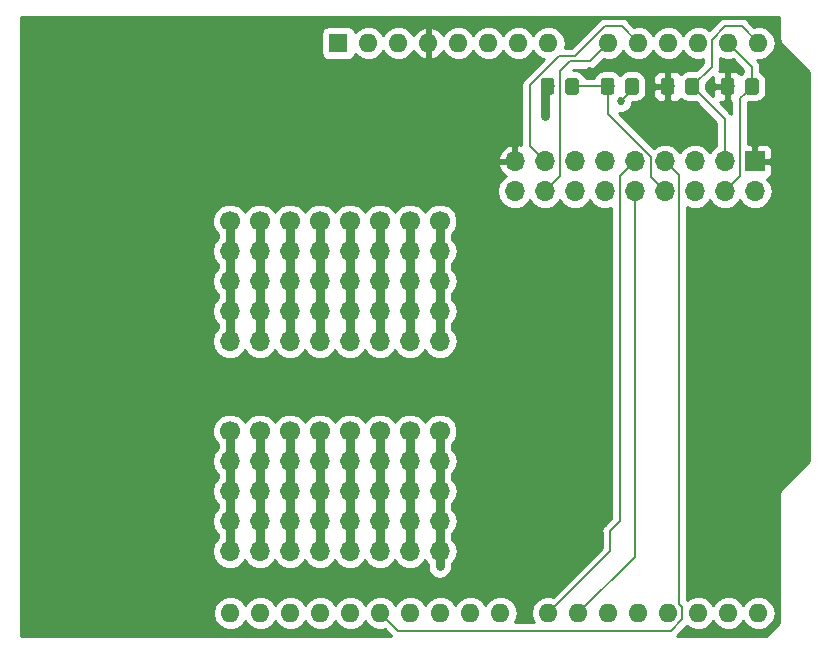
<source format=gtl>
G04 #@! TF.GenerationSoftware,KiCad,Pcbnew,5.0.2+dfsg1-1~bpo9+1*
G04 #@! TF.CreationDate,2020-03-31T02:51:35-04:00*
G04 #@! TF.ProjectId,pcb,7063622e-6b69-4636-9164-5f7063625858,rev?*
G04 #@! TF.SameCoordinates,Original*
G04 #@! TF.FileFunction,Copper,L1,Top*
G04 #@! TF.FilePolarity,Positive*
%FSLAX46Y46*%
G04 Gerber Fmt 4.6, Leading zero omitted, Abs format (unit mm)*
G04 Created by KiCad (PCBNEW 5.0.2+dfsg1-1~bpo9+1) date Tue 31 Mar 2020 02:51:35 AM EDT*
%MOMM*%
%LPD*%
G01*
G04 APERTURE LIST*
G04 #@! TA.AperFunction,ComponentPad*
%ADD10O,1.600000X1.600000*%
G04 #@! TD*
G04 #@! TA.AperFunction,ComponentPad*
%ADD11R,1.600000X1.600000*%
G04 #@! TD*
G04 #@! TA.AperFunction,ComponentPad*
%ADD12C,1.700000*%
G04 #@! TD*
G04 #@! TA.AperFunction,ComponentPad*
%ADD13O,1.700000X1.700000*%
G04 #@! TD*
G04 #@! TA.AperFunction,Conductor*
%ADD14C,0.100000*%
G04 #@! TD*
G04 #@! TA.AperFunction,SMDPad,CuDef*
%ADD15C,1.150000*%
G04 #@! TD*
G04 #@! TA.AperFunction,ComponentPad*
%ADD16R,1.700000X1.700000*%
G04 #@! TD*
G04 #@! TA.AperFunction,ViaPad*
%ADD17C,0.685800*%
G04 #@! TD*
G04 #@! TA.AperFunction,Conductor*
%ADD18C,0.762000*%
G04 #@! TD*
G04 #@! TA.AperFunction,Conductor*
%ADD19C,0.152400*%
G04 #@! TD*
G04 #@! TA.AperFunction,Conductor*
%ADD20C,0.254000*%
G04 #@! TD*
G04 APERTURE END LIST*
D10*
G04 #@! TO.P,A1,32*
G04 #@! TO.N,N/C*
X119425001Y-138575001D03*
G04 #@! TO.P,A1,31*
X121965001Y-138575001D03*
D11*
G04 #@! TO.P,A1,1*
X128565001Y-90315001D03*
D10*
G04 #@! TO.P,A1,17*
G04 #@! TO.N,/VSYNC*
X159045001Y-138575001D03*
G04 #@! TO.P,A1,2*
G04 #@! TO.N,N/C*
X131105001Y-90315001D03*
G04 #@! TO.P,A1,18*
G04 #@! TO.N,Net-(A1-Pad18)*
X156505001Y-138575001D03*
G04 #@! TO.P,A1,3*
G04 #@! TO.N,N/C*
X133645001Y-90315001D03*
G04 #@! TO.P,A1,19*
G04 #@! TO.N,/D4*
X153965001Y-138575001D03*
G04 #@! TO.P,A1,4*
G04 #@! TO.N,+3V3*
X136185001Y-90315001D03*
G04 #@! TO.P,A1,20*
G04 #@! TO.N,/D5*
X151425001Y-138575001D03*
G04 #@! TO.P,A1,5*
G04 #@! TO.N,N/C*
X138725001Y-90315001D03*
G04 #@! TO.P,A1,21*
G04 #@! TO.N,/D6*
X148885001Y-138575001D03*
G04 #@! TO.P,A1,6*
G04 #@! TO.N,GND*
X141265001Y-90315001D03*
G04 #@! TO.P,A1,22*
G04 #@! TO.N,/D7*
X146345001Y-138575001D03*
G04 #@! TO.P,A1,7*
G04 #@! TO.N,GND*
X143805001Y-90315001D03*
G04 #@! TO.P,A1,23*
G04 #@! TO.N,N/C*
X142285001Y-138575001D03*
G04 #@! TO.P,A1,8*
X146345001Y-90315001D03*
G04 #@! TO.P,A1,24*
X139745001Y-138575001D03*
G04 #@! TO.P,A1,9*
G04 #@! TO.N,/D0*
X151425001Y-90315001D03*
G04 #@! TO.P,A1,25*
G04 #@! TO.N,N/C*
X137205001Y-138575001D03*
G04 #@! TO.P,A1,10*
G04 #@! TO.N,/D1*
X153965001Y-90315001D03*
G04 #@! TO.P,A1,26*
G04 #@! TO.N,N/C*
X134665001Y-138575001D03*
G04 #@! TO.P,A1,11*
G04 #@! TO.N,/D2*
X156505001Y-90315001D03*
G04 #@! TO.P,A1,27*
G04 #@! TO.N,/PCLK*
X132125001Y-138575001D03*
G04 #@! TO.P,A1,12*
G04 #@! TO.N,/D3*
X159045001Y-90315001D03*
G04 #@! TO.P,A1,28*
G04 #@! TO.N,N/C*
X129585001Y-138575001D03*
G04 #@! TO.P,A1,13*
G04 #@! TO.N,/SIOD*
X161585001Y-90315001D03*
G04 #@! TO.P,A1,29*
G04 #@! TO.N,GND*
X127045001Y-138575001D03*
G04 #@! TO.P,A1,14*
G04 #@! TO.N,/SIOC*
X164125001Y-90315001D03*
G04 #@! TO.P,A1,30*
G04 #@! TO.N,N/C*
X124505001Y-138575001D03*
G04 #@! TO.P,A1,15*
X164125001Y-138575001D03*
G04 #@! TO.P,A1,16*
X161585001Y-138575001D03*
G04 #@! TD*
D12*
G04 #@! TO.P,REF\002A\002A,1*
G04 #@! TO.N,N/C*
X127000000Y-105410000D03*
D13*
G04 #@! TO.P,REF\002A\002A,2*
X127000000Y-107950000D03*
G04 #@! TO.P,REF\002A\002A,3*
X127000000Y-110490000D03*
G04 #@! TO.P,REF\002A\002A,4*
X127000000Y-113030000D03*
G04 #@! TO.P,REF\002A\002A,5*
X127000000Y-115570000D03*
G04 #@! TD*
D12*
G04 #@! TO.P,REF\002A\002A,1*
G04 #@! TO.N,N/C*
X134620000Y-105410000D03*
D13*
G04 #@! TO.P,REF\002A\002A,2*
X134620000Y-107950000D03*
G04 #@! TO.P,REF\002A\002A,3*
X134620000Y-110490000D03*
G04 #@! TO.P,REF\002A\002A,4*
X134620000Y-113030000D03*
G04 #@! TO.P,REF\002A\002A,5*
X134620000Y-115570000D03*
G04 #@! TD*
D12*
G04 #@! TO.P,REF\002A\002A,1*
G04 #@! TO.N,N/C*
X119380000Y-105410000D03*
D13*
G04 #@! TO.P,REF\002A\002A,2*
X119380000Y-107950000D03*
G04 #@! TO.P,REF\002A\002A,3*
X119380000Y-110490000D03*
G04 #@! TO.P,REF\002A\002A,4*
X119380000Y-113030000D03*
G04 #@! TO.P,REF\002A\002A,5*
X119380000Y-115570000D03*
G04 #@! TD*
D12*
G04 #@! TO.P,REF\002A\002A,1*
G04 #@! TO.N,N/C*
X132080000Y-105410000D03*
D13*
G04 #@! TO.P,REF\002A\002A,2*
X132080000Y-107950000D03*
G04 #@! TO.P,REF\002A\002A,3*
X132080000Y-110490000D03*
G04 #@! TO.P,REF\002A\002A,4*
X132080000Y-113030000D03*
G04 #@! TO.P,REF\002A\002A,5*
X132080000Y-115570000D03*
G04 #@! TD*
G04 #@! TO.P,REF\002A\002A,5*
G04 #@! TO.N,N/C*
X129540000Y-115570000D03*
G04 #@! TO.P,REF\002A\002A,4*
X129540000Y-113030000D03*
G04 #@! TO.P,REF\002A\002A,3*
X129540000Y-110490000D03*
G04 #@! TO.P,REF\002A\002A,2*
X129540000Y-107950000D03*
D12*
G04 #@! TO.P,REF\002A\002A,1*
X129540000Y-105410000D03*
G04 #@! TD*
D13*
G04 #@! TO.P,REF\002A\002A,5*
G04 #@! TO.N,N/C*
X137160000Y-115570000D03*
G04 #@! TO.P,REF\002A\002A,4*
X137160000Y-113030000D03*
G04 #@! TO.P,REF\002A\002A,3*
X137160000Y-110490000D03*
G04 #@! TO.P,REF\002A\002A,2*
X137160000Y-107950000D03*
D12*
G04 #@! TO.P,REF\002A\002A,1*
X137160000Y-105410000D03*
G04 #@! TD*
D13*
G04 #@! TO.P,REF\002A\002A,5*
G04 #@! TO.N,N/C*
X124460000Y-115570000D03*
G04 #@! TO.P,REF\002A\002A,4*
X124460000Y-113030000D03*
G04 #@! TO.P,REF\002A\002A,3*
X124460000Y-110490000D03*
G04 #@! TO.P,REF\002A\002A,2*
X124460000Y-107950000D03*
D12*
G04 #@! TO.P,REF\002A\002A,1*
X124460000Y-105410000D03*
G04 #@! TD*
D13*
G04 #@! TO.P,REF\002A\002A,5*
G04 #@! TO.N,N/C*
X121920000Y-115570000D03*
G04 #@! TO.P,REF\002A\002A,4*
X121920000Y-113030000D03*
G04 #@! TO.P,REF\002A\002A,3*
X121920000Y-110490000D03*
G04 #@! TO.P,REF\002A\002A,2*
X121920000Y-107950000D03*
D12*
G04 #@! TO.P,REF\002A\002A,1*
X121920000Y-105410000D03*
G04 #@! TD*
G04 #@! TO.P,REF\002A\002A,1*
G04 #@! TO.N,N/C*
X137160000Y-123190000D03*
D13*
G04 #@! TO.P,REF\002A\002A,2*
X137160000Y-125730000D03*
G04 #@! TO.P,REF\002A\002A,3*
X137160000Y-128270000D03*
G04 #@! TO.P,REF\002A\002A,4*
X137160000Y-130810000D03*
G04 #@! TO.P,REF\002A\002A,5*
X137160000Y-133350000D03*
G04 #@! TD*
D12*
G04 #@! TO.P,REF\002A\002A,1*
G04 #@! TO.N,N/C*
X129540000Y-123190000D03*
D13*
G04 #@! TO.P,REF\002A\002A,2*
X129540000Y-125730000D03*
G04 #@! TO.P,REF\002A\002A,3*
X129540000Y-128270000D03*
G04 #@! TO.P,REF\002A\002A,4*
X129540000Y-130810000D03*
G04 #@! TO.P,REF\002A\002A,5*
X129540000Y-133350000D03*
G04 #@! TD*
G04 #@! TO.P,REF\002A\002A,5*
G04 #@! TO.N,N/C*
X134620000Y-133350000D03*
G04 #@! TO.P,REF\002A\002A,4*
X134620000Y-130810000D03*
G04 #@! TO.P,REF\002A\002A,3*
X134620000Y-128270000D03*
G04 #@! TO.P,REF\002A\002A,2*
X134620000Y-125730000D03*
D12*
G04 #@! TO.P,REF\002A\002A,1*
X134620000Y-123190000D03*
G04 #@! TD*
D13*
G04 #@! TO.P,REF\002A\002A,5*
G04 #@! TO.N,N/C*
X132080000Y-133350000D03*
G04 #@! TO.P,REF\002A\002A,4*
X132080000Y-130810000D03*
G04 #@! TO.P,REF\002A\002A,3*
X132080000Y-128270000D03*
G04 #@! TO.P,REF\002A\002A,2*
X132080000Y-125730000D03*
D12*
G04 #@! TO.P,REF\002A\002A,1*
X132080000Y-123190000D03*
G04 #@! TD*
G04 #@! TO.P,REF\002A\002A,1*
G04 #@! TO.N,N/C*
X124460000Y-123190000D03*
D13*
G04 #@! TO.P,REF\002A\002A,2*
X124460000Y-125730000D03*
G04 #@! TO.P,REF\002A\002A,3*
X124460000Y-128270000D03*
G04 #@! TO.P,REF\002A\002A,4*
X124460000Y-130810000D03*
G04 #@! TO.P,REF\002A\002A,5*
X124460000Y-133350000D03*
G04 #@! TD*
G04 #@! TO.P,REF\002A\002A,5*
G04 #@! TO.N,N/C*
X127000000Y-133350000D03*
G04 #@! TO.P,REF\002A\002A,4*
X127000000Y-130810000D03*
G04 #@! TO.P,REF\002A\002A,3*
X127000000Y-128270000D03*
G04 #@! TO.P,REF\002A\002A,2*
X127000000Y-125730000D03*
D12*
G04 #@! TO.P,REF\002A\002A,1*
X127000000Y-123190000D03*
G04 #@! TD*
G04 #@! TO.P,REF\002A\002A,1*
G04 #@! TO.N,N/C*
X121920000Y-123190000D03*
D13*
G04 #@! TO.P,REF\002A\002A,2*
X121920000Y-125730000D03*
G04 #@! TO.P,REF\002A\002A,3*
X121920000Y-128270000D03*
G04 #@! TO.P,REF\002A\002A,4*
X121920000Y-130810000D03*
G04 #@! TO.P,REF\002A\002A,5*
X121920000Y-133350000D03*
G04 #@! TD*
G04 #@! TO.P,REF\002A\002A,5*
G04 #@! TO.N,N/C*
X119380000Y-133350000D03*
G04 #@! TO.P,REF\002A\002A,4*
X119380000Y-130810000D03*
G04 #@! TO.P,REF\002A\002A,3*
X119380000Y-128270000D03*
G04 #@! TO.P,REF\002A\002A,2*
X119380000Y-125730000D03*
D12*
G04 #@! TO.P,REF\002A\002A,1*
X119380000Y-123190000D03*
G04 #@! TD*
D14*
G04 #@! TO.N,/SIOC*
G04 #@! TO.C,R1*
G36*
X158854505Y-93281204D02*
X158878773Y-93284804D01*
X158902572Y-93290765D01*
X158925671Y-93299030D01*
X158947850Y-93309520D01*
X158968893Y-93322132D01*
X158988599Y-93336747D01*
X159006777Y-93353223D01*
X159023253Y-93371401D01*
X159037868Y-93391107D01*
X159050480Y-93412150D01*
X159060970Y-93434329D01*
X159069235Y-93457428D01*
X159075196Y-93481227D01*
X159078796Y-93505495D01*
X159080000Y-93529999D01*
X159080000Y-94430001D01*
X159078796Y-94454505D01*
X159075196Y-94478773D01*
X159069235Y-94502572D01*
X159060970Y-94525671D01*
X159050480Y-94547850D01*
X159037868Y-94568893D01*
X159023253Y-94588599D01*
X159006777Y-94606777D01*
X158988599Y-94623253D01*
X158968893Y-94637868D01*
X158947850Y-94650480D01*
X158925671Y-94660970D01*
X158902572Y-94669235D01*
X158878773Y-94675196D01*
X158854505Y-94678796D01*
X158830001Y-94680000D01*
X158179999Y-94680000D01*
X158155495Y-94678796D01*
X158131227Y-94675196D01*
X158107428Y-94669235D01*
X158084329Y-94660970D01*
X158062150Y-94650480D01*
X158041107Y-94637868D01*
X158021401Y-94623253D01*
X158003223Y-94606777D01*
X157986747Y-94588599D01*
X157972132Y-94568893D01*
X157959520Y-94547850D01*
X157949030Y-94525671D01*
X157940765Y-94502572D01*
X157934804Y-94478773D01*
X157931204Y-94454505D01*
X157930000Y-94430001D01*
X157930000Y-93529999D01*
X157931204Y-93505495D01*
X157934804Y-93481227D01*
X157940765Y-93457428D01*
X157949030Y-93434329D01*
X157959520Y-93412150D01*
X157972132Y-93391107D01*
X157986747Y-93371401D01*
X158003223Y-93353223D01*
X158021401Y-93336747D01*
X158041107Y-93322132D01*
X158062150Y-93309520D01*
X158084329Y-93299030D01*
X158107428Y-93290765D01*
X158131227Y-93284804D01*
X158155495Y-93281204D01*
X158179999Y-93280000D01*
X158830001Y-93280000D01*
X158854505Y-93281204D01*
X158854505Y-93281204D01*
G37*
D15*
G04 #@! TD*
G04 #@! TO.P,R1,2*
G04 #@! TO.N,/SIOC*
X158505000Y-93980000D03*
D14*
G04 #@! TO.N,+3V3*
G04 #@! TO.C,R1*
G36*
X156804505Y-93281204D02*
X156828773Y-93284804D01*
X156852572Y-93290765D01*
X156875671Y-93299030D01*
X156897850Y-93309520D01*
X156918893Y-93322132D01*
X156938599Y-93336747D01*
X156956777Y-93353223D01*
X156973253Y-93371401D01*
X156987868Y-93391107D01*
X157000480Y-93412150D01*
X157010970Y-93434329D01*
X157019235Y-93457428D01*
X157025196Y-93481227D01*
X157028796Y-93505495D01*
X157030000Y-93529999D01*
X157030000Y-94430001D01*
X157028796Y-94454505D01*
X157025196Y-94478773D01*
X157019235Y-94502572D01*
X157010970Y-94525671D01*
X157000480Y-94547850D01*
X156987868Y-94568893D01*
X156973253Y-94588599D01*
X156956777Y-94606777D01*
X156938599Y-94623253D01*
X156918893Y-94637868D01*
X156897850Y-94650480D01*
X156875671Y-94660970D01*
X156852572Y-94669235D01*
X156828773Y-94675196D01*
X156804505Y-94678796D01*
X156780001Y-94680000D01*
X156129999Y-94680000D01*
X156105495Y-94678796D01*
X156081227Y-94675196D01*
X156057428Y-94669235D01*
X156034329Y-94660970D01*
X156012150Y-94650480D01*
X155991107Y-94637868D01*
X155971401Y-94623253D01*
X155953223Y-94606777D01*
X155936747Y-94588599D01*
X155922132Y-94568893D01*
X155909520Y-94547850D01*
X155899030Y-94525671D01*
X155890765Y-94502572D01*
X155884804Y-94478773D01*
X155881204Y-94454505D01*
X155880000Y-94430001D01*
X155880000Y-93529999D01*
X155881204Y-93505495D01*
X155884804Y-93481227D01*
X155890765Y-93457428D01*
X155899030Y-93434329D01*
X155909520Y-93412150D01*
X155922132Y-93391107D01*
X155936747Y-93371401D01*
X155953223Y-93353223D01*
X155971401Y-93336747D01*
X155991107Y-93322132D01*
X156012150Y-93309520D01*
X156034329Y-93299030D01*
X156057428Y-93290765D01*
X156081227Y-93284804D01*
X156105495Y-93281204D01*
X156129999Y-93280000D01*
X156780001Y-93280000D01*
X156804505Y-93281204D01*
X156804505Y-93281204D01*
G37*
D15*
G04 #@! TD*
G04 #@! TO.P,R1,1*
G04 #@! TO.N,+3V3*
X156455000Y-93980000D03*
D14*
G04 #@! TO.N,+3V3*
G04 #@! TO.C,R2*
G36*
X161884505Y-93281204D02*
X161908773Y-93284804D01*
X161932572Y-93290765D01*
X161955671Y-93299030D01*
X161977850Y-93309520D01*
X161998893Y-93322132D01*
X162018599Y-93336747D01*
X162036777Y-93353223D01*
X162053253Y-93371401D01*
X162067868Y-93391107D01*
X162080480Y-93412150D01*
X162090970Y-93434329D01*
X162099235Y-93457428D01*
X162105196Y-93481227D01*
X162108796Y-93505495D01*
X162110000Y-93529999D01*
X162110000Y-94430001D01*
X162108796Y-94454505D01*
X162105196Y-94478773D01*
X162099235Y-94502572D01*
X162090970Y-94525671D01*
X162080480Y-94547850D01*
X162067868Y-94568893D01*
X162053253Y-94588599D01*
X162036777Y-94606777D01*
X162018599Y-94623253D01*
X161998893Y-94637868D01*
X161977850Y-94650480D01*
X161955671Y-94660970D01*
X161932572Y-94669235D01*
X161908773Y-94675196D01*
X161884505Y-94678796D01*
X161860001Y-94680000D01*
X161209999Y-94680000D01*
X161185495Y-94678796D01*
X161161227Y-94675196D01*
X161137428Y-94669235D01*
X161114329Y-94660970D01*
X161092150Y-94650480D01*
X161071107Y-94637868D01*
X161051401Y-94623253D01*
X161033223Y-94606777D01*
X161016747Y-94588599D01*
X161002132Y-94568893D01*
X160989520Y-94547850D01*
X160979030Y-94525671D01*
X160970765Y-94502572D01*
X160964804Y-94478773D01*
X160961204Y-94454505D01*
X160960000Y-94430001D01*
X160960000Y-93529999D01*
X160961204Y-93505495D01*
X160964804Y-93481227D01*
X160970765Y-93457428D01*
X160979030Y-93434329D01*
X160989520Y-93412150D01*
X161002132Y-93391107D01*
X161016747Y-93371401D01*
X161033223Y-93353223D01*
X161051401Y-93336747D01*
X161071107Y-93322132D01*
X161092150Y-93309520D01*
X161114329Y-93299030D01*
X161137428Y-93290765D01*
X161161227Y-93284804D01*
X161185495Y-93281204D01*
X161209999Y-93280000D01*
X161860001Y-93280000D01*
X161884505Y-93281204D01*
X161884505Y-93281204D01*
G37*
D15*
G04 #@! TD*
G04 #@! TO.P,R2,1*
G04 #@! TO.N,+3V3*
X161535000Y-93980000D03*
D14*
G04 #@! TO.N,/SIOD*
G04 #@! TO.C,R2*
G36*
X163934505Y-93281204D02*
X163958773Y-93284804D01*
X163982572Y-93290765D01*
X164005671Y-93299030D01*
X164027850Y-93309520D01*
X164048893Y-93322132D01*
X164068599Y-93336747D01*
X164086777Y-93353223D01*
X164103253Y-93371401D01*
X164117868Y-93391107D01*
X164130480Y-93412150D01*
X164140970Y-93434329D01*
X164149235Y-93457428D01*
X164155196Y-93481227D01*
X164158796Y-93505495D01*
X164160000Y-93529999D01*
X164160000Y-94430001D01*
X164158796Y-94454505D01*
X164155196Y-94478773D01*
X164149235Y-94502572D01*
X164140970Y-94525671D01*
X164130480Y-94547850D01*
X164117868Y-94568893D01*
X164103253Y-94588599D01*
X164086777Y-94606777D01*
X164068599Y-94623253D01*
X164048893Y-94637868D01*
X164027850Y-94650480D01*
X164005671Y-94660970D01*
X163982572Y-94669235D01*
X163958773Y-94675196D01*
X163934505Y-94678796D01*
X163910001Y-94680000D01*
X163259999Y-94680000D01*
X163235495Y-94678796D01*
X163211227Y-94675196D01*
X163187428Y-94669235D01*
X163164329Y-94660970D01*
X163142150Y-94650480D01*
X163121107Y-94637868D01*
X163101401Y-94623253D01*
X163083223Y-94606777D01*
X163066747Y-94588599D01*
X163052132Y-94568893D01*
X163039520Y-94547850D01*
X163029030Y-94525671D01*
X163020765Y-94502572D01*
X163014804Y-94478773D01*
X163011204Y-94454505D01*
X163010000Y-94430001D01*
X163010000Y-93529999D01*
X163011204Y-93505495D01*
X163014804Y-93481227D01*
X163020765Y-93457428D01*
X163029030Y-93434329D01*
X163039520Y-93412150D01*
X163052132Y-93391107D01*
X163066747Y-93371401D01*
X163083223Y-93353223D01*
X163101401Y-93336747D01*
X163121107Y-93322132D01*
X163142150Y-93309520D01*
X163164329Y-93299030D01*
X163187428Y-93290765D01*
X163211227Y-93284804D01*
X163235495Y-93281204D01*
X163259999Y-93280000D01*
X163910001Y-93280000D01*
X163934505Y-93281204D01*
X163934505Y-93281204D01*
G37*
D15*
G04 #@! TD*
G04 #@! TO.P,R2,2*
G04 #@! TO.N,/SIOD*
X163585000Y-93980000D03*
D14*
G04 #@! TO.N,Net-(A1-Pad18)*
G04 #@! TO.C,R3*
G36*
X153774505Y-93281204D02*
X153798773Y-93284804D01*
X153822572Y-93290765D01*
X153845671Y-93299030D01*
X153867850Y-93309520D01*
X153888893Y-93322132D01*
X153908599Y-93336747D01*
X153926777Y-93353223D01*
X153943253Y-93371401D01*
X153957868Y-93391107D01*
X153970480Y-93412150D01*
X153980970Y-93434329D01*
X153989235Y-93457428D01*
X153995196Y-93481227D01*
X153998796Y-93505495D01*
X154000000Y-93529999D01*
X154000000Y-94430001D01*
X153998796Y-94454505D01*
X153995196Y-94478773D01*
X153989235Y-94502572D01*
X153980970Y-94525671D01*
X153970480Y-94547850D01*
X153957868Y-94568893D01*
X153943253Y-94588599D01*
X153926777Y-94606777D01*
X153908599Y-94623253D01*
X153888893Y-94637868D01*
X153867850Y-94650480D01*
X153845671Y-94660970D01*
X153822572Y-94669235D01*
X153798773Y-94675196D01*
X153774505Y-94678796D01*
X153750001Y-94680000D01*
X153099999Y-94680000D01*
X153075495Y-94678796D01*
X153051227Y-94675196D01*
X153027428Y-94669235D01*
X153004329Y-94660970D01*
X152982150Y-94650480D01*
X152961107Y-94637868D01*
X152941401Y-94623253D01*
X152923223Y-94606777D01*
X152906747Y-94588599D01*
X152892132Y-94568893D01*
X152879520Y-94547850D01*
X152869030Y-94525671D01*
X152860765Y-94502572D01*
X152854804Y-94478773D01*
X152851204Y-94454505D01*
X152850000Y-94430001D01*
X152850000Y-93529999D01*
X152851204Y-93505495D01*
X152854804Y-93481227D01*
X152860765Y-93457428D01*
X152869030Y-93434329D01*
X152879520Y-93412150D01*
X152892132Y-93391107D01*
X152906747Y-93371401D01*
X152923223Y-93353223D01*
X152941401Y-93336747D01*
X152961107Y-93322132D01*
X152982150Y-93309520D01*
X153004329Y-93299030D01*
X153027428Y-93290765D01*
X153051227Y-93284804D01*
X153075495Y-93281204D01*
X153099999Y-93280000D01*
X153750001Y-93280000D01*
X153774505Y-93281204D01*
X153774505Y-93281204D01*
G37*
D15*
G04 #@! TD*
G04 #@! TO.P,R3,1*
G04 #@! TO.N,Net-(A1-Pad18)*
X153425000Y-93980000D03*
D14*
G04 #@! TO.N,/XCLK*
G04 #@! TO.C,R3*
G36*
X151724505Y-93281204D02*
X151748773Y-93284804D01*
X151772572Y-93290765D01*
X151795671Y-93299030D01*
X151817850Y-93309520D01*
X151838893Y-93322132D01*
X151858599Y-93336747D01*
X151876777Y-93353223D01*
X151893253Y-93371401D01*
X151907868Y-93391107D01*
X151920480Y-93412150D01*
X151930970Y-93434329D01*
X151939235Y-93457428D01*
X151945196Y-93481227D01*
X151948796Y-93505495D01*
X151950000Y-93529999D01*
X151950000Y-94430001D01*
X151948796Y-94454505D01*
X151945196Y-94478773D01*
X151939235Y-94502572D01*
X151930970Y-94525671D01*
X151920480Y-94547850D01*
X151907868Y-94568893D01*
X151893253Y-94588599D01*
X151876777Y-94606777D01*
X151858599Y-94623253D01*
X151838893Y-94637868D01*
X151817850Y-94650480D01*
X151795671Y-94660970D01*
X151772572Y-94669235D01*
X151748773Y-94675196D01*
X151724505Y-94678796D01*
X151700001Y-94680000D01*
X151049999Y-94680000D01*
X151025495Y-94678796D01*
X151001227Y-94675196D01*
X150977428Y-94669235D01*
X150954329Y-94660970D01*
X150932150Y-94650480D01*
X150911107Y-94637868D01*
X150891401Y-94623253D01*
X150873223Y-94606777D01*
X150856747Y-94588599D01*
X150842132Y-94568893D01*
X150829520Y-94547850D01*
X150819030Y-94525671D01*
X150810765Y-94502572D01*
X150804804Y-94478773D01*
X150801204Y-94454505D01*
X150800000Y-94430001D01*
X150800000Y-93529999D01*
X150801204Y-93505495D01*
X150804804Y-93481227D01*
X150810765Y-93457428D01*
X150819030Y-93434329D01*
X150829520Y-93412150D01*
X150842132Y-93391107D01*
X150856747Y-93371401D01*
X150873223Y-93353223D01*
X150891401Y-93336747D01*
X150911107Y-93322132D01*
X150932150Y-93309520D01*
X150954329Y-93299030D01*
X150977428Y-93290765D01*
X151001227Y-93284804D01*
X151025495Y-93281204D01*
X151049999Y-93280000D01*
X151700001Y-93280000D01*
X151724505Y-93281204D01*
X151724505Y-93281204D01*
G37*
D15*
G04 #@! TD*
G04 #@! TO.P,R3,2*
G04 #@! TO.N,/XCLK*
X151375000Y-93980000D03*
D14*
G04 #@! TO.N,GND*
G04 #@! TO.C,R4*
G36*
X146644505Y-93281204D02*
X146668773Y-93284804D01*
X146692572Y-93290765D01*
X146715671Y-93299030D01*
X146737850Y-93309520D01*
X146758893Y-93322132D01*
X146778599Y-93336747D01*
X146796777Y-93353223D01*
X146813253Y-93371401D01*
X146827868Y-93391107D01*
X146840480Y-93412150D01*
X146850970Y-93434329D01*
X146859235Y-93457428D01*
X146865196Y-93481227D01*
X146868796Y-93505495D01*
X146870000Y-93529999D01*
X146870000Y-94430001D01*
X146868796Y-94454505D01*
X146865196Y-94478773D01*
X146859235Y-94502572D01*
X146850970Y-94525671D01*
X146840480Y-94547850D01*
X146827868Y-94568893D01*
X146813253Y-94588599D01*
X146796777Y-94606777D01*
X146778599Y-94623253D01*
X146758893Y-94637868D01*
X146737850Y-94650480D01*
X146715671Y-94660970D01*
X146692572Y-94669235D01*
X146668773Y-94675196D01*
X146644505Y-94678796D01*
X146620001Y-94680000D01*
X145969999Y-94680000D01*
X145945495Y-94678796D01*
X145921227Y-94675196D01*
X145897428Y-94669235D01*
X145874329Y-94660970D01*
X145852150Y-94650480D01*
X145831107Y-94637868D01*
X145811401Y-94623253D01*
X145793223Y-94606777D01*
X145776747Y-94588599D01*
X145762132Y-94568893D01*
X145749520Y-94547850D01*
X145739030Y-94525671D01*
X145730765Y-94502572D01*
X145724804Y-94478773D01*
X145721204Y-94454505D01*
X145720000Y-94430001D01*
X145720000Y-93529999D01*
X145721204Y-93505495D01*
X145724804Y-93481227D01*
X145730765Y-93457428D01*
X145739030Y-93434329D01*
X145749520Y-93412150D01*
X145762132Y-93391107D01*
X145776747Y-93371401D01*
X145793223Y-93353223D01*
X145811401Y-93336747D01*
X145831107Y-93322132D01*
X145852150Y-93309520D01*
X145874329Y-93299030D01*
X145897428Y-93290765D01*
X145921227Y-93284804D01*
X145945495Y-93281204D01*
X145969999Y-93280000D01*
X146620001Y-93280000D01*
X146644505Y-93281204D01*
X146644505Y-93281204D01*
G37*
D15*
G04 #@! TD*
G04 #@! TO.P,R4,2*
G04 #@! TO.N,GND*
X146295000Y-93980000D03*
D14*
G04 #@! TO.N,/XCLK*
G04 #@! TO.C,R4*
G36*
X148694505Y-93281204D02*
X148718773Y-93284804D01*
X148742572Y-93290765D01*
X148765671Y-93299030D01*
X148787850Y-93309520D01*
X148808893Y-93322132D01*
X148828599Y-93336747D01*
X148846777Y-93353223D01*
X148863253Y-93371401D01*
X148877868Y-93391107D01*
X148890480Y-93412150D01*
X148900970Y-93434329D01*
X148909235Y-93457428D01*
X148915196Y-93481227D01*
X148918796Y-93505495D01*
X148920000Y-93529999D01*
X148920000Y-94430001D01*
X148918796Y-94454505D01*
X148915196Y-94478773D01*
X148909235Y-94502572D01*
X148900970Y-94525671D01*
X148890480Y-94547850D01*
X148877868Y-94568893D01*
X148863253Y-94588599D01*
X148846777Y-94606777D01*
X148828599Y-94623253D01*
X148808893Y-94637868D01*
X148787850Y-94650480D01*
X148765671Y-94660970D01*
X148742572Y-94669235D01*
X148718773Y-94675196D01*
X148694505Y-94678796D01*
X148670001Y-94680000D01*
X148019999Y-94680000D01*
X147995495Y-94678796D01*
X147971227Y-94675196D01*
X147947428Y-94669235D01*
X147924329Y-94660970D01*
X147902150Y-94650480D01*
X147881107Y-94637868D01*
X147861401Y-94623253D01*
X147843223Y-94606777D01*
X147826747Y-94588599D01*
X147812132Y-94568893D01*
X147799520Y-94547850D01*
X147789030Y-94525671D01*
X147780765Y-94502572D01*
X147774804Y-94478773D01*
X147771204Y-94454505D01*
X147770000Y-94430001D01*
X147770000Y-93529999D01*
X147771204Y-93505495D01*
X147774804Y-93481227D01*
X147780765Y-93457428D01*
X147789030Y-93434329D01*
X147799520Y-93412150D01*
X147812132Y-93391107D01*
X147826747Y-93371401D01*
X147843223Y-93353223D01*
X147861401Y-93336747D01*
X147881107Y-93322132D01*
X147902150Y-93309520D01*
X147924329Y-93299030D01*
X147947428Y-93290765D01*
X147971227Y-93284804D01*
X147995495Y-93281204D01*
X148019999Y-93280000D01*
X148670001Y-93280000D01*
X148694505Y-93281204D01*
X148694505Y-93281204D01*
G37*
D15*
G04 #@! TD*
G04 #@! TO.P,R4,1*
G04 #@! TO.N,/XCLK*
X148345000Y-93980000D03*
D16*
G04 #@! TO.P,J1,1*
G04 #@! TO.N,+3V3*
X163830000Y-100330000D03*
D13*
G04 #@! TO.P,J1,2*
G04 #@! TO.N,GND*
X163830000Y-102870000D03*
G04 #@! TO.P,J1,3*
G04 #@! TO.N,/SIOC*
X161290000Y-100330000D03*
G04 #@! TO.P,J1,4*
G04 #@! TO.N,/SIOD*
X161290000Y-102870000D03*
G04 #@! TO.P,J1,5*
G04 #@! TO.N,/VSYNC*
X158750000Y-100330000D03*
G04 #@! TO.P,J1,6*
G04 #@! TO.N,N/C*
X158750000Y-102870000D03*
G04 #@! TO.P,J1,7*
G04 #@! TO.N,/PCLK*
X156210000Y-100330000D03*
G04 #@! TO.P,J1,8*
G04 #@! TO.N,/XCLK*
X156210000Y-102870000D03*
G04 #@! TO.P,J1,9*
G04 #@! TO.N,/D7*
X153670000Y-100330000D03*
G04 #@! TO.P,J1,10*
G04 #@! TO.N,/D6*
X153670000Y-102870000D03*
G04 #@! TO.P,J1,11*
G04 #@! TO.N,/D5*
X151130000Y-100330000D03*
G04 #@! TO.P,J1,12*
G04 #@! TO.N,/D4*
X151130000Y-102870000D03*
G04 #@! TO.P,J1,13*
G04 #@! TO.N,/D3*
X148590000Y-100330000D03*
G04 #@! TO.P,J1,14*
G04 #@! TO.N,/D2*
X148590000Y-102870000D03*
G04 #@! TO.P,J1,15*
G04 #@! TO.N,/D1*
X146050000Y-100330000D03*
G04 #@! TO.P,J1,16*
G04 #@! TO.N,/D0*
X146050000Y-102870000D03*
G04 #@! TO.P,J1,17*
G04 #@! TO.N,+3V3*
X143510000Y-100330000D03*
G04 #@! TO.P,J1,18*
G04 #@! TO.N,GND*
X143510000Y-102870000D03*
G04 #@! TD*
D17*
G04 #@! TO.N,Net-(A1-Pad18)*
X152489799Y-95250000D03*
G04 #@! TO.N,+3V3*
X162560000Y-92710000D03*
X149860000Y-92710000D03*
X165100000Y-92710000D03*
X158750000Y-92075000D03*
X149098000Y-89408000D03*
G04 #@! TO.N,GND*
X146050000Y-96520000D03*
G04 #@! TD*
D18*
G04 #@! TO.N,*
X119380000Y-123190000D02*
X119380000Y-133350000D01*
X121920000Y-133350000D02*
X121920000Y-123190000D01*
X124460000Y-133350000D02*
X124460000Y-123190000D01*
X127000000Y-133350000D02*
X127000000Y-123190000D01*
X129540000Y-133350000D02*
X129540000Y-123190000D01*
X132080000Y-133350000D02*
X132080000Y-124460000D01*
X132080000Y-124460000D02*
X132080000Y-123190000D01*
X134620000Y-123190000D02*
X134620000Y-133350000D01*
X137160000Y-134620000D02*
X137160000Y-123190000D01*
X137160000Y-115570000D02*
X137160000Y-105410000D01*
X134620000Y-105410000D02*
X134620000Y-115570000D01*
X132080000Y-115570000D02*
X132080000Y-105410000D01*
X129540000Y-105410000D02*
X129540000Y-115570000D01*
X127000000Y-115570000D02*
X127000000Y-105410000D01*
X124460000Y-105410000D02*
X124460000Y-115570000D01*
X121920000Y-115570000D02*
X121920000Y-105410000D01*
X119380000Y-105410000D02*
X119380000Y-115570000D01*
D19*
G04 #@! TO.N,Net-(A1-Pad18)*
X153425000Y-94314799D02*
X153425000Y-93980000D01*
X152489799Y-95250000D02*
X153425000Y-94314799D01*
G04 #@! TO.N,/D6*
X153670000Y-133790002D02*
X148885001Y-138575001D01*
X153670000Y-102870000D02*
X153670000Y-133790002D01*
D18*
G04 #@! TO.N,GND*
X146050000Y-94225000D02*
X146295000Y-93980000D01*
X146050000Y-96520000D02*
X146050000Y-94225000D01*
D19*
G04 #@! TO.N,/D7*
X153670000Y-100330000D02*
X152400000Y-101600000D01*
X151570002Y-133350000D02*
X146345001Y-138575001D01*
X151570002Y-131639998D02*
X152400000Y-130810000D01*
X151570002Y-133350000D02*
X151570002Y-131639998D01*
X152400000Y-101600000D02*
X152400000Y-130810000D01*
G04 #@! TO.N,/D0*
X149893593Y-91846409D02*
X148183591Y-91846409D01*
X151425001Y-90315001D02*
X149893593Y-91846409D01*
X148183591Y-91846409D02*
X147320000Y-92710000D01*
X147320000Y-101600000D02*
X146050000Y-102870000D01*
X147320000Y-92710000D02*
X147320000Y-101600000D01*
G04 #@! TO.N,/D1*
X146050000Y-100330000D02*
X144780000Y-99060000D01*
X144780000Y-93899456D02*
X147239456Y-91440000D01*
X144780000Y-99060000D02*
X144780000Y-93899456D01*
X147239456Y-91440000D02*
X148590000Y-91440000D01*
X148590000Y-91440000D02*
X151130000Y-88900000D01*
X152550000Y-88900000D02*
X153965001Y-90315001D01*
X151130000Y-88900000D02*
X152550000Y-88900000D01*
G04 #@! TO.N,/PCLK*
X157390201Y-101510201D02*
X156210000Y-100330000D01*
X157390201Y-137787503D02*
X157390201Y-101510201D01*
X157635202Y-138032504D02*
X157390201Y-137787503D01*
X156698700Y-140054000D02*
X157635202Y-139117498D01*
X133604000Y-140054000D02*
X156698700Y-140054000D01*
X157635202Y-139117498D02*
X157635202Y-138032504D01*
X132125001Y-138575001D02*
X133604000Y-140054000D01*
G04 #@! TO.N,/SIOD*
X162961627Y-94603373D02*
X163585000Y-93980000D01*
X162560000Y-95005000D02*
X162961627Y-94603373D01*
X162560000Y-101600000D02*
X162560000Y-95005000D01*
X161290000Y-102870000D02*
X162560000Y-101600000D01*
X163585000Y-92315000D02*
X161585001Y-90315001D01*
X163585000Y-93980000D02*
X163585000Y-92315000D01*
G04 #@! TO.N,/SIOC*
X161290000Y-96765000D02*
X158505000Y-93980000D01*
X161290000Y-100330000D02*
X161290000Y-96765000D01*
X160175202Y-92309798D02*
X160175202Y-90014798D01*
X158505000Y-93980000D02*
X160175202Y-92309798D01*
X160175202Y-90014798D02*
X161290000Y-88900000D01*
X162710000Y-88900000D02*
X164125001Y-90315001D01*
X161290000Y-88900000D02*
X162710000Y-88900000D01*
G04 #@! TO.N,/XCLK*
X148345000Y-93980000D02*
X151375000Y-93980000D01*
X155360001Y-102020001D02*
X156210000Y-102870000D01*
X155029799Y-101689799D02*
X155360001Y-102020001D01*
X155029799Y-99943101D02*
X155029799Y-101689799D01*
X151375000Y-96288302D02*
X155029799Y-99943101D01*
X151375000Y-93980000D02*
X151375000Y-96288302D01*
G04 #@! TD*
D20*
G04 #@! TO.N,+3V3*
G36*
X165912801Y-89845954D02*
X165898868Y-89916000D01*
X165954065Y-90193496D01*
X166071576Y-90369364D01*
X166071579Y-90369367D01*
X166111255Y-90428746D01*
X166170634Y-90468422D01*
X168452800Y-92750589D01*
X168452801Y-125689410D01*
X166170634Y-127971578D01*
X166111254Y-128011255D01*
X166071578Y-128070634D01*
X166071576Y-128070636D01*
X165994267Y-128186337D01*
X165954064Y-128246505D01*
X165912800Y-128453955D01*
X165912800Y-128453959D01*
X165898868Y-128524000D01*
X165912800Y-128594041D01*
X165912801Y-139405410D01*
X164805412Y-140512800D01*
X157247492Y-140512800D01*
X157251124Y-140507364D01*
X158088571Y-139669918D01*
X158094650Y-139665856D01*
X158485092Y-139926741D01*
X158903668Y-140010001D01*
X159186334Y-140010001D01*
X159604910Y-139926741D01*
X160079578Y-139609578D01*
X160315001Y-139257243D01*
X160550424Y-139609578D01*
X161025092Y-139926741D01*
X161443668Y-140010001D01*
X161726334Y-140010001D01*
X162144910Y-139926741D01*
X162619578Y-139609578D01*
X162855001Y-139257243D01*
X163090424Y-139609578D01*
X163565092Y-139926741D01*
X163983668Y-140010001D01*
X164266334Y-140010001D01*
X164684910Y-139926741D01*
X165159578Y-139609578D01*
X165476741Y-139134910D01*
X165588114Y-138575001D01*
X165476741Y-138015092D01*
X165159578Y-137540424D01*
X164684910Y-137223261D01*
X164266334Y-137140001D01*
X163983668Y-137140001D01*
X163565092Y-137223261D01*
X163090424Y-137540424D01*
X162855001Y-137892759D01*
X162619578Y-137540424D01*
X162144910Y-137223261D01*
X161726334Y-137140001D01*
X161443668Y-137140001D01*
X161025092Y-137223261D01*
X160550424Y-137540424D01*
X160315001Y-137892759D01*
X160079578Y-137540424D01*
X159604910Y-137223261D01*
X159186334Y-137140001D01*
X158903668Y-137140001D01*
X158485092Y-137223261D01*
X158101401Y-137479635D01*
X158101401Y-104222614D01*
X158170582Y-104268839D01*
X158603744Y-104355000D01*
X158896256Y-104355000D01*
X159329418Y-104268839D01*
X159820625Y-103940625D01*
X160020000Y-103642239D01*
X160219375Y-103940625D01*
X160710582Y-104268839D01*
X161143744Y-104355000D01*
X161436256Y-104355000D01*
X161869418Y-104268839D01*
X162360625Y-103940625D01*
X162560000Y-103642239D01*
X162759375Y-103940625D01*
X163250582Y-104268839D01*
X163683744Y-104355000D01*
X163976256Y-104355000D01*
X164409418Y-104268839D01*
X164900625Y-103940625D01*
X165228839Y-103449418D01*
X165344092Y-102870000D01*
X165228839Y-102290582D01*
X164900625Y-101799375D01*
X164878968Y-101784904D01*
X165039699Y-101718327D01*
X165218327Y-101539698D01*
X165315000Y-101306309D01*
X165315000Y-100615750D01*
X165156250Y-100457000D01*
X163957000Y-100457000D01*
X163957000Y-100477000D01*
X163703000Y-100477000D01*
X163703000Y-100457000D01*
X163683000Y-100457000D01*
X163683000Y-100203000D01*
X163703000Y-100203000D01*
X163703000Y-99003750D01*
X163957000Y-99003750D01*
X163957000Y-100203000D01*
X165156250Y-100203000D01*
X165315000Y-100044250D01*
X165315000Y-99353691D01*
X165218327Y-99120302D01*
X165039699Y-98941673D01*
X164806310Y-98845000D01*
X164115750Y-98845000D01*
X163957000Y-99003750D01*
X163703000Y-99003750D01*
X163544250Y-98845000D01*
X163271200Y-98845000D01*
X163271200Y-95327440D01*
X163910001Y-95327440D01*
X164253436Y-95259127D01*
X164544586Y-95064586D01*
X164739127Y-94773436D01*
X164807440Y-94430001D01*
X164807440Y-93529999D01*
X164739127Y-93186564D01*
X164544586Y-92895414D01*
X164296200Y-92729447D01*
X164296200Y-92385042D01*
X164310132Y-92315000D01*
X164296200Y-92244958D01*
X164296200Y-92244954D01*
X164254936Y-92037504D01*
X164198302Y-91952746D01*
X164137424Y-91861635D01*
X164137422Y-91861633D01*
X164097746Y-91802254D01*
X164038367Y-91762578D01*
X164025790Y-91750001D01*
X164266334Y-91750001D01*
X164684910Y-91666741D01*
X165159578Y-91349578D01*
X165476741Y-90874910D01*
X165588114Y-90315001D01*
X165476741Y-89755092D01*
X165159578Y-89280424D01*
X164684910Y-88963261D01*
X164266334Y-88880001D01*
X163983668Y-88880001D01*
X163743552Y-88927763D01*
X163262424Y-88446636D01*
X163222746Y-88387254D01*
X162987496Y-88230064D01*
X162780046Y-88188800D01*
X162780041Y-88188800D01*
X162710000Y-88174868D01*
X162639959Y-88188800D01*
X161360041Y-88188800D01*
X161289999Y-88174868D01*
X161219957Y-88188800D01*
X161219954Y-88188800D01*
X161012504Y-88230064D01*
X161012503Y-88230065D01*
X161012502Y-88230065D01*
X160836635Y-88347576D01*
X160836633Y-88347578D01*
X160777254Y-88387254D01*
X160737578Y-88446633D01*
X159974199Y-89210012D01*
X159604910Y-88963261D01*
X159186334Y-88880001D01*
X158903668Y-88880001D01*
X158485092Y-88963261D01*
X158010424Y-89280424D01*
X157775001Y-89632759D01*
X157539578Y-89280424D01*
X157064910Y-88963261D01*
X156646334Y-88880001D01*
X156363668Y-88880001D01*
X155945092Y-88963261D01*
X155470424Y-89280424D01*
X155235001Y-89632759D01*
X154999578Y-89280424D01*
X154524910Y-88963261D01*
X154106334Y-88880001D01*
X153823668Y-88880001D01*
X153583552Y-88927763D01*
X153102424Y-88446636D01*
X153062746Y-88387254D01*
X152827496Y-88230064D01*
X152620046Y-88188800D01*
X152620041Y-88188800D01*
X152550000Y-88174868D01*
X152479959Y-88188800D01*
X151200041Y-88188800D01*
X151129999Y-88174868D01*
X151059957Y-88188800D01*
X151059954Y-88188800D01*
X150852504Y-88230064D01*
X150852503Y-88230065D01*
X150852502Y-88230065D01*
X150676635Y-88347576D01*
X150676633Y-88347578D01*
X150617254Y-88387254D01*
X150577578Y-88446633D01*
X148295412Y-90728800D01*
X147725804Y-90728800D01*
X147808114Y-90315001D01*
X147696741Y-89755092D01*
X147379578Y-89280424D01*
X146904910Y-88963261D01*
X146486334Y-88880001D01*
X146203668Y-88880001D01*
X145785092Y-88963261D01*
X145310424Y-89280424D01*
X145075001Y-89632759D01*
X144839578Y-89280424D01*
X144364910Y-88963261D01*
X143946334Y-88880001D01*
X143663668Y-88880001D01*
X143245092Y-88963261D01*
X142770424Y-89280424D01*
X142535001Y-89632759D01*
X142299578Y-89280424D01*
X141824910Y-88963261D01*
X141406334Y-88880001D01*
X141123668Y-88880001D01*
X140705092Y-88963261D01*
X140230424Y-89280424D01*
X139995001Y-89632759D01*
X139759578Y-89280424D01*
X139284910Y-88963261D01*
X138866334Y-88880001D01*
X138583668Y-88880001D01*
X138165092Y-88963261D01*
X137690424Y-89280424D01*
X137434054Y-89664109D01*
X137337390Y-89459867D01*
X136922424Y-89083960D01*
X136534040Y-88923097D01*
X136312001Y-89045086D01*
X136312001Y-90188001D01*
X136332001Y-90188001D01*
X136332001Y-90442001D01*
X136312001Y-90442001D01*
X136312001Y-91584916D01*
X136534040Y-91706905D01*
X136922424Y-91546042D01*
X137337390Y-91170135D01*
X137434054Y-90965893D01*
X137690424Y-91349578D01*
X138165092Y-91666741D01*
X138583668Y-91750001D01*
X138866334Y-91750001D01*
X139284910Y-91666741D01*
X139759578Y-91349578D01*
X139995001Y-90997243D01*
X140230424Y-91349578D01*
X140705092Y-91666741D01*
X141123668Y-91750001D01*
X141406334Y-91750001D01*
X141824910Y-91666741D01*
X142299578Y-91349578D01*
X142535001Y-90997243D01*
X142770424Y-91349578D01*
X143245092Y-91666741D01*
X143663668Y-91750001D01*
X143946334Y-91750001D01*
X144364910Y-91666741D01*
X144839578Y-91349578D01*
X145075001Y-90997243D01*
X145310424Y-91349578D01*
X145785092Y-91666741D01*
X145970122Y-91703546D01*
X144326634Y-93347034D01*
X144267255Y-93386710D01*
X144227579Y-93446089D01*
X144227576Y-93446092D01*
X144110065Y-93621960D01*
X144054868Y-93899456D01*
X144068801Y-93969502D01*
X144068800Y-98972153D01*
X143866890Y-98888524D01*
X143637000Y-99009845D01*
X143637000Y-100203000D01*
X143657000Y-100203000D01*
X143657000Y-100457000D01*
X143637000Y-100457000D01*
X143637000Y-100477000D01*
X143383000Y-100477000D01*
X143383000Y-100457000D01*
X142189181Y-100457000D01*
X142068514Y-100686892D01*
X142314817Y-101211358D01*
X142739786Y-101598647D01*
X142439375Y-101799375D01*
X142111161Y-102290582D01*
X141995908Y-102870000D01*
X142111161Y-103449418D01*
X142439375Y-103940625D01*
X142930582Y-104268839D01*
X143363744Y-104355000D01*
X143656256Y-104355000D01*
X144089418Y-104268839D01*
X144580625Y-103940625D01*
X144780000Y-103642239D01*
X144979375Y-103940625D01*
X145470582Y-104268839D01*
X145903744Y-104355000D01*
X146196256Y-104355000D01*
X146629418Y-104268839D01*
X147120625Y-103940625D01*
X147320000Y-103642239D01*
X147519375Y-103940625D01*
X148010582Y-104268839D01*
X148443744Y-104355000D01*
X148736256Y-104355000D01*
X149169418Y-104268839D01*
X149660625Y-103940625D01*
X149860000Y-103642239D01*
X150059375Y-103940625D01*
X150550582Y-104268839D01*
X150983744Y-104355000D01*
X151276256Y-104355000D01*
X151688800Y-104272940D01*
X151688801Y-130515410D01*
X151116636Y-131087576D01*
X151057257Y-131127252D01*
X151017581Y-131186631D01*
X151017578Y-131186634D01*
X150900067Y-131362502D01*
X150844870Y-131639998D01*
X150858803Y-131710044D01*
X150858802Y-133055411D01*
X146726451Y-137187763D01*
X146486334Y-137140001D01*
X146203668Y-137140001D01*
X145785092Y-137223261D01*
X145310424Y-137540424D01*
X144993261Y-138015092D01*
X144881888Y-138575001D01*
X144993261Y-139134910D01*
X145132169Y-139342800D01*
X143497833Y-139342800D01*
X143636741Y-139134910D01*
X143748114Y-138575001D01*
X143636741Y-138015092D01*
X143319578Y-137540424D01*
X142844910Y-137223261D01*
X142426334Y-137140001D01*
X142143668Y-137140001D01*
X141725092Y-137223261D01*
X141250424Y-137540424D01*
X141015001Y-137892759D01*
X140779578Y-137540424D01*
X140304910Y-137223261D01*
X139886334Y-137140001D01*
X139603668Y-137140001D01*
X139185092Y-137223261D01*
X138710424Y-137540424D01*
X138475001Y-137892759D01*
X138239578Y-137540424D01*
X137764910Y-137223261D01*
X137346334Y-137140001D01*
X137063668Y-137140001D01*
X136645092Y-137223261D01*
X136170424Y-137540424D01*
X135935001Y-137892759D01*
X135699578Y-137540424D01*
X135224910Y-137223261D01*
X134806334Y-137140001D01*
X134523668Y-137140001D01*
X134105092Y-137223261D01*
X133630424Y-137540424D01*
X133395001Y-137892759D01*
X133159578Y-137540424D01*
X132684910Y-137223261D01*
X132266334Y-137140001D01*
X131983668Y-137140001D01*
X131565092Y-137223261D01*
X131090424Y-137540424D01*
X130855001Y-137892759D01*
X130619578Y-137540424D01*
X130144910Y-137223261D01*
X129726334Y-137140001D01*
X129443668Y-137140001D01*
X129025092Y-137223261D01*
X128550424Y-137540424D01*
X128315001Y-137892759D01*
X128079578Y-137540424D01*
X127604910Y-137223261D01*
X127186334Y-137140001D01*
X126903668Y-137140001D01*
X126485092Y-137223261D01*
X126010424Y-137540424D01*
X125775001Y-137892759D01*
X125539578Y-137540424D01*
X125064910Y-137223261D01*
X124646334Y-137140001D01*
X124363668Y-137140001D01*
X123945092Y-137223261D01*
X123470424Y-137540424D01*
X123235001Y-137892759D01*
X122999578Y-137540424D01*
X122524910Y-137223261D01*
X122106334Y-137140001D01*
X121823668Y-137140001D01*
X121405092Y-137223261D01*
X120930424Y-137540424D01*
X120695001Y-137892759D01*
X120459578Y-137540424D01*
X119984910Y-137223261D01*
X119566334Y-137140001D01*
X119283668Y-137140001D01*
X118865092Y-137223261D01*
X118390424Y-137540424D01*
X118073261Y-138015092D01*
X117961888Y-138575001D01*
X118073261Y-139134910D01*
X118390424Y-139609578D01*
X118865092Y-139926741D01*
X119283668Y-140010001D01*
X119566334Y-140010001D01*
X119984910Y-139926741D01*
X120459578Y-139609578D01*
X120695001Y-139257243D01*
X120930424Y-139609578D01*
X121405092Y-139926741D01*
X121823668Y-140010001D01*
X122106334Y-140010001D01*
X122524910Y-139926741D01*
X122999578Y-139609578D01*
X123235001Y-139257243D01*
X123470424Y-139609578D01*
X123945092Y-139926741D01*
X124363668Y-140010001D01*
X124646334Y-140010001D01*
X125064910Y-139926741D01*
X125539578Y-139609578D01*
X125775001Y-139257243D01*
X126010424Y-139609578D01*
X126485092Y-139926741D01*
X126903668Y-140010001D01*
X127186334Y-140010001D01*
X127604910Y-139926741D01*
X128079578Y-139609578D01*
X128315001Y-139257243D01*
X128550424Y-139609578D01*
X129025092Y-139926741D01*
X129443668Y-140010001D01*
X129726334Y-140010001D01*
X130144910Y-139926741D01*
X130619578Y-139609578D01*
X130855001Y-139257243D01*
X131090424Y-139609578D01*
X131565092Y-139926741D01*
X131983668Y-140010001D01*
X132266334Y-140010001D01*
X132506450Y-139962239D01*
X133051578Y-140507367D01*
X133055208Y-140512800D01*
X101727000Y-140512800D01*
X101727000Y-125730000D01*
X117865908Y-125730000D01*
X117981161Y-126309418D01*
X118309375Y-126800625D01*
X118364000Y-126837124D01*
X118364000Y-127162875D01*
X118309375Y-127199375D01*
X117981161Y-127690582D01*
X117865908Y-128270000D01*
X117981161Y-128849418D01*
X118309375Y-129340625D01*
X118364001Y-129377125D01*
X118364001Y-129702875D01*
X118309375Y-129739375D01*
X117981161Y-130230582D01*
X117865908Y-130810000D01*
X117981161Y-131389418D01*
X118309375Y-131880625D01*
X118364001Y-131917125D01*
X118364001Y-132242875D01*
X118309375Y-132279375D01*
X117981161Y-132770582D01*
X117865908Y-133350000D01*
X117981161Y-133929418D01*
X118309375Y-134420625D01*
X118800582Y-134748839D01*
X119233744Y-134835000D01*
X119526256Y-134835000D01*
X119959418Y-134748839D01*
X120450625Y-134420625D01*
X120650000Y-134122239D01*
X120849375Y-134420625D01*
X121340582Y-134748839D01*
X121773744Y-134835000D01*
X122066256Y-134835000D01*
X122499418Y-134748839D01*
X122990625Y-134420625D01*
X123190000Y-134122239D01*
X123389375Y-134420625D01*
X123880582Y-134748839D01*
X124313744Y-134835000D01*
X124606256Y-134835000D01*
X125039418Y-134748839D01*
X125530625Y-134420625D01*
X125730000Y-134122239D01*
X125929375Y-134420625D01*
X126420582Y-134748839D01*
X126853744Y-134835000D01*
X127146256Y-134835000D01*
X127579418Y-134748839D01*
X128070625Y-134420625D01*
X128270000Y-134122239D01*
X128469375Y-134420625D01*
X128960582Y-134748839D01*
X129393744Y-134835000D01*
X129686256Y-134835000D01*
X130119418Y-134748839D01*
X130610625Y-134420625D01*
X130810000Y-134122239D01*
X131009375Y-134420625D01*
X131500582Y-134748839D01*
X131933744Y-134835000D01*
X132226256Y-134835000D01*
X132659418Y-134748839D01*
X133150625Y-134420625D01*
X133350000Y-134122239D01*
X133549375Y-134420625D01*
X134040582Y-134748839D01*
X134473744Y-134835000D01*
X134766256Y-134835000D01*
X135199418Y-134748839D01*
X135690625Y-134420625D01*
X135890000Y-134122239D01*
X136089375Y-134420625D01*
X136144000Y-134457124D01*
X136144000Y-134720064D01*
X136202949Y-135016422D01*
X136427505Y-135352495D01*
X136763577Y-135577051D01*
X137160000Y-135655904D01*
X137556422Y-135577051D01*
X137892495Y-135352495D01*
X138117051Y-135016423D01*
X138176000Y-134720065D01*
X138176000Y-134457124D01*
X138230625Y-134420625D01*
X138558839Y-133929418D01*
X138674092Y-133350000D01*
X138558839Y-132770582D01*
X138230625Y-132279375D01*
X138176000Y-132242876D01*
X138176000Y-131917124D01*
X138230625Y-131880625D01*
X138558839Y-131389418D01*
X138674092Y-130810000D01*
X138558839Y-130230582D01*
X138230625Y-129739375D01*
X138176000Y-129702876D01*
X138176000Y-129377124D01*
X138230625Y-129340625D01*
X138558839Y-128849418D01*
X138674092Y-128270000D01*
X138558839Y-127690582D01*
X138230625Y-127199375D01*
X138176000Y-127162876D01*
X138176000Y-126837124D01*
X138230625Y-126800625D01*
X138558839Y-126309418D01*
X138674092Y-125730000D01*
X138558839Y-125150582D01*
X138230625Y-124659375D01*
X138176000Y-124622876D01*
X138176000Y-124274107D01*
X138418922Y-124031185D01*
X138645000Y-123485385D01*
X138645000Y-122894615D01*
X138418922Y-122348815D01*
X138001185Y-121931078D01*
X137455385Y-121705000D01*
X136864615Y-121705000D01*
X136318815Y-121931078D01*
X135901078Y-122348815D01*
X135890000Y-122375560D01*
X135878922Y-122348815D01*
X135461185Y-121931078D01*
X134915385Y-121705000D01*
X134324615Y-121705000D01*
X133778815Y-121931078D01*
X133361078Y-122348815D01*
X133350000Y-122375560D01*
X133338922Y-122348815D01*
X132921185Y-121931078D01*
X132375385Y-121705000D01*
X131784615Y-121705000D01*
X131238815Y-121931078D01*
X130821078Y-122348815D01*
X130810000Y-122375560D01*
X130798922Y-122348815D01*
X130381185Y-121931078D01*
X129835385Y-121705000D01*
X129244615Y-121705000D01*
X128698815Y-121931078D01*
X128281078Y-122348815D01*
X128270000Y-122375560D01*
X128258922Y-122348815D01*
X127841185Y-121931078D01*
X127295385Y-121705000D01*
X126704615Y-121705000D01*
X126158815Y-121931078D01*
X125741078Y-122348815D01*
X125730000Y-122375560D01*
X125718922Y-122348815D01*
X125301185Y-121931078D01*
X124755385Y-121705000D01*
X124164615Y-121705000D01*
X123618815Y-121931078D01*
X123201078Y-122348815D01*
X123190000Y-122375560D01*
X123178922Y-122348815D01*
X122761185Y-121931078D01*
X122215385Y-121705000D01*
X121624615Y-121705000D01*
X121078815Y-121931078D01*
X120661078Y-122348815D01*
X120650000Y-122375560D01*
X120638922Y-122348815D01*
X120221185Y-121931078D01*
X119675385Y-121705000D01*
X119084615Y-121705000D01*
X118538815Y-121931078D01*
X118121078Y-122348815D01*
X117895000Y-122894615D01*
X117895000Y-123485385D01*
X118121078Y-124031185D01*
X118364000Y-124274107D01*
X118364000Y-124622876D01*
X118309375Y-124659375D01*
X117981161Y-125150582D01*
X117865908Y-125730000D01*
X101727000Y-125730000D01*
X101727000Y-107950000D01*
X117865908Y-107950000D01*
X117981161Y-108529418D01*
X118309375Y-109020625D01*
X118364000Y-109057124D01*
X118364000Y-109382875D01*
X118309375Y-109419375D01*
X117981161Y-109910582D01*
X117865908Y-110490000D01*
X117981161Y-111069418D01*
X118309375Y-111560625D01*
X118364001Y-111597125D01*
X118364001Y-111922875D01*
X118309375Y-111959375D01*
X117981161Y-112450582D01*
X117865908Y-113030000D01*
X117981161Y-113609418D01*
X118309375Y-114100625D01*
X118364001Y-114137125D01*
X118364001Y-114462875D01*
X118309375Y-114499375D01*
X117981161Y-114990582D01*
X117865908Y-115570000D01*
X117981161Y-116149418D01*
X118309375Y-116640625D01*
X118800582Y-116968839D01*
X119233744Y-117055000D01*
X119526256Y-117055000D01*
X119959418Y-116968839D01*
X120450625Y-116640625D01*
X120650000Y-116342239D01*
X120849375Y-116640625D01*
X121340582Y-116968839D01*
X121773744Y-117055000D01*
X122066256Y-117055000D01*
X122499418Y-116968839D01*
X122990625Y-116640625D01*
X123190000Y-116342239D01*
X123389375Y-116640625D01*
X123880582Y-116968839D01*
X124313744Y-117055000D01*
X124606256Y-117055000D01*
X125039418Y-116968839D01*
X125530625Y-116640625D01*
X125730000Y-116342239D01*
X125929375Y-116640625D01*
X126420582Y-116968839D01*
X126853744Y-117055000D01*
X127146256Y-117055000D01*
X127579418Y-116968839D01*
X128070625Y-116640625D01*
X128270000Y-116342239D01*
X128469375Y-116640625D01*
X128960582Y-116968839D01*
X129393744Y-117055000D01*
X129686256Y-117055000D01*
X130119418Y-116968839D01*
X130610625Y-116640625D01*
X130810000Y-116342239D01*
X131009375Y-116640625D01*
X131500582Y-116968839D01*
X131933744Y-117055000D01*
X132226256Y-117055000D01*
X132659418Y-116968839D01*
X133150625Y-116640625D01*
X133350000Y-116342239D01*
X133549375Y-116640625D01*
X134040582Y-116968839D01*
X134473744Y-117055000D01*
X134766256Y-117055000D01*
X135199418Y-116968839D01*
X135690625Y-116640625D01*
X135890000Y-116342239D01*
X136089375Y-116640625D01*
X136580582Y-116968839D01*
X137013744Y-117055000D01*
X137306256Y-117055000D01*
X137739418Y-116968839D01*
X138230625Y-116640625D01*
X138558839Y-116149418D01*
X138674092Y-115570000D01*
X138558839Y-114990582D01*
X138230625Y-114499375D01*
X138176000Y-114462876D01*
X138176000Y-114137124D01*
X138230625Y-114100625D01*
X138558839Y-113609418D01*
X138674092Y-113030000D01*
X138558839Y-112450582D01*
X138230625Y-111959375D01*
X138176000Y-111922876D01*
X138176000Y-111597124D01*
X138230625Y-111560625D01*
X138558839Y-111069418D01*
X138674092Y-110490000D01*
X138558839Y-109910582D01*
X138230625Y-109419375D01*
X138176000Y-109382876D01*
X138176000Y-109057124D01*
X138230625Y-109020625D01*
X138558839Y-108529418D01*
X138674092Y-107950000D01*
X138558839Y-107370582D01*
X138230625Y-106879375D01*
X138176000Y-106842876D01*
X138176000Y-106494107D01*
X138418922Y-106251185D01*
X138645000Y-105705385D01*
X138645000Y-105114615D01*
X138418922Y-104568815D01*
X138001185Y-104151078D01*
X137455385Y-103925000D01*
X136864615Y-103925000D01*
X136318815Y-104151078D01*
X135901078Y-104568815D01*
X135890000Y-104595560D01*
X135878922Y-104568815D01*
X135461185Y-104151078D01*
X134915385Y-103925000D01*
X134324615Y-103925000D01*
X133778815Y-104151078D01*
X133361078Y-104568815D01*
X133350000Y-104595560D01*
X133338922Y-104568815D01*
X132921185Y-104151078D01*
X132375385Y-103925000D01*
X131784615Y-103925000D01*
X131238815Y-104151078D01*
X130821078Y-104568815D01*
X130810000Y-104595560D01*
X130798922Y-104568815D01*
X130381185Y-104151078D01*
X129835385Y-103925000D01*
X129244615Y-103925000D01*
X128698815Y-104151078D01*
X128281078Y-104568815D01*
X128270000Y-104595560D01*
X128258922Y-104568815D01*
X127841185Y-104151078D01*
X127295385Y-103925000D01*
X126704615Y-103925000D01*
X126158815Y-104151078D01*
X125741078Y-104568815D01*
X125730000Y-104595560D01*
X125718922Y-104568815D01*
X125301185Y-104151078D01*
X124755385Y-103925000D01*
X124164615Y-103925000D01*
X123618815Y-104151078D01*
X123201078Y-104568815D01*
X123190000Y-104595560D01*
X123178922Y-104568815D01*
X122761185Y-104151078D01*
X122215385Y-103925000D01*
X121624615Y-103925000D01*
X121078815Y-104151078D01*
X120661078Y-104568815D01*
X120650000Y-104595560D01*
X120638922Y-104568815D01*
X120221185Y-104151078D01*
X119675385Y-103925000D01*
X119084615Y-103925000D01*
X118538815Y-104151078D01*
X118121078Y-104568815D01*
X117895000Y-105114615D01*
X117895000Y-105705385D01*
X118121078Y-106251185D01*
X118364000Y-106494107D01*
X118364000Y-106842876D01*
X118309375Y-106879375D01*
X117981161Y-107370582D01*
X117865908Y-107950000D01*
X101727000Y-107950000D01*
X101727000Y-99973108D01*
X142068514Y-99973108D01*
X142189181Y-100203000D01*
X143383000Y-100203000D01*
X143383000Y-99009845D01*
X143153110Y-98888524D01*
X142743076Y-99058355D01*
X142314817Y-99448642D01*
X142068514Y-99973108D01*
X101727000Y-99973108D01*
X101727000Y-89515001D01*
X127117561Y-89515001D01*
X127117561Y-91115001D01*
X127166844Y-91362766D01*
X127307192Y-91572810D01*
X127517236Y-91713158D01*
X127765001Y-91762441D01*
X129365001Y-91762441D01*
X129612766Y-91713158D01*
X129822810Y-91572810D01*
X129963158Y-91362766D01*
X129989786Y-91228895D01*
X130070424Y-91349578D01*
X130545092Y-91666741D01*
X130963668Y-91750001D01*
X131246334Y-91750001D01*
X131664910Y-91666741D01*
X132139578Y-91349578D01*
X132375001Y-90997243D01*
X132610424Y-91349578D01*
X133085092Y-91666741D01*
X133503668Y-91750001D01*
X133786334Y-91750001D01*
X134204910Y-91666741D01*
X134679578Y-91349578D01*
X134935948Y-90965893D01*
X135032612Y-91170135D01*
X135447578Y-91546042D01*
X135835962Y-91706905D01*
X136058001Y-91584916D01*
X136058001Y-90442001D01*
X136038001Y-90442001D01*
X136038001Y-90188001D01*
X136058001Y-90188001D01*
X136058001Y-89045086D01*
X135835962Y-88923097D01*
X135447578Y-89083960D01*
X135032612Y-89459867D01*
X134935948Y-89664109D01*
X134679578Y-89280424D01*
X134204910Y-88963261D01*
X133786334Y-88880001D01*
X133503668Y-88880001D01*
X133085092Y-88963261D01*
X132610424Y-89280424D01*
X132375001Y-89632759D01*
X132139578Y-89280424D01*
X131664910Y-88963261D01*
X131246334Y-88880001D01*
X130963668Y-88880001D01*
X130545092Y-88963261D01*
X130070424Y-89280424D01*
X129989786Y-89401107D01*
X129963158Y-89267236D01*
X129822810Y-89057192D01*
X129612766Y-88916844D01*
X129365001Y-88867561D01*
X127765001Y-88867561D01*
X127517236Y-88916844D01*
X127307192Y-89057192D01*
X127166844Y-89267236D01*
X127117561Y-89515001D01*
X101727000Y-89515001D01*
X101727000Y-88087200D01*
X165912800Y-88087200D01*
X165912801Y-89845954D01*
X165912801Y-89845954D01*
G37*
X165912801Y-89845954D02*
X165898868Y-89916000D01*
X165954065Y-90193496D01*
X166071576Y-90369364D01*
X166071579Y-90369367D01*
X166111255Y-90428746D01*
X166170634Y-90468422D01*
X168452800Y-92750589D01*
X168452801Y-125689410D01*
X166170634Y-127971578D01*
X166111254Y-128011255D01*
X166071578Y-128070634D01*
X166071576Y-128070636D01*
X165994267Y-128186337D01*
X165954064Y-128246505D01*
X165912800Y-128453955D01*
X165912800Y-128453959D01*
X165898868Y-128524000D01*
X165912800Y-128594041D01*
X165912801Y-139405410D01*
X164805412Y-140512800D01*
X157247492Y-140512800D01*
X157251124Y-140507364D01*
X158088571Y-139669918D01*
X158094650Y-139665856D01*
X158485092Y-139926741D01*
X158903668Y-140010001D01*
X159186334Y-140010001D01*
X159604910Y-139926741D01*
X160079578Y-139609578D01*
X160315001Y-139257243D01*
X160550424Y-139609578D01*
X161025092Y-139926741D01*
X161443668Y-140010001D01*
X161726334Y-140010001D01*
X162144910Y-139926741D01*
X162619578Y-139609578D01*
X162855001Y-139257243D01*
X163090424Y-139609578D01*
X163565092Y-139926741D01*
X163983668Y-140010001D01*
X164266334Y-140010001D01*
X164684910Y-139926741D01*
X165159578Y-139609578D01*
X165476741Y-139134910D01*
X165588114Y-138575001D01*
X165476741Y-138015092D01*
X165159578Y-137540424D01*
X164684910Y-137223261D01*
X164266334Y-137140001D01*
X163983668Y-137140001D01*
X163565092Y-137223261D01*
X163090424Y-137540424D01*
X162855001Y-137892759D01*
X162619578Y-137540424D01*
X162144910Y-137223261D01*
X161726334Y-137140001D01*
X161443668Y-137140001D01*
X161025092Y-137223261D01*
X160550424Y-137540424D01*
X160315001Y-137892759D01*
X160079578Y-137540424D01*
X159604910Y-137223261D01*
X159186334Y-137140001D01*
X158903668Y-137140001D01*
X158485092Y-137223261D01*
X158101401Y-137479635D01*
X158101401Y-104222614D01*
X158170582Y-104268839D01*
X158603744Y-104355000D01*
X158896256Y-104355000D01*
X159329418Y-104268839D01*
X159820625Y-103940625D01*
X160020000Y-103642239D01*
X160219375Y-103940625D01*
X160710582Y-104268839D01*
X161143744Y-104355000D01*
X161436256Y-104355000D01*
X161869418Y-104268839D01*
X162360625Y-103940625D01*
X162560000Y-103642239D01*
X162759375Y-103940625D01*
X163250582Y-104268839D01*
X163683744Y-104355000D01*
X163976256Y-104355000D01*
X164409418Y-104268839D01*
X164900625Y-103940625D01*
X165228839Y-103449418D01*
X165344092Y-102870000D01*
X165228839Y-102290582D01*
X164900625Y-101799375D01*
X164878968Y-101784904D01*
X165039699Y-101718327D01*
X165218327Y-101539698D01*
X165315000Y-101306309D01*
X165315000Y-100615750D01*
X165156250Y-100457000D01*
X163957000Y-100457000D01*
X163957000Y-100477000D01*
X163703000Y-100477000D01*
X163703000Y-100457000D01*
X163683000Y-100457000D01*
X163683000Y-100203000D01*
X163703000Y-100203000D01*
X163703000Y-99003750D01*
X163957000Y-99003750D01*
X163957000Y-100203000D01*
X165156250Y-100203000D01*
X165315000Y-100044250D01*
X165315000Y-99353691D01*
X165218327Y-99120302D01*
X165039699Y-98941673D01*
X164806310Y-98845000D01*
X164115750Y-98845000D01*
X163957000Y-99003750D01*
X163703000Y-99003750D01*
X163544250Y-98845000D01*
X163271200Y-98845000D01*
X163271200Y-95327440D01*
X163910001Y-95327440D01*
X164253436Y-95259127D01*
X164544586Y-95064586D01*
X164739127Y-94773436D01*
X164807440Y-94430001D01*
X164807440Y-93529999D01*
X164739127Y-93186564D01*
X164544586Y-92895414D01*
X164296200Y-92729447D01*
X164296200Y-92385042D01*
X164310132Y-92315000D01*
X164296200Y-92244958D01*
X164296200Y-92244954D01*
X164254936Y-92037504D01*
X164198302Y-91952746D01*
X164137424Y-91861635D01*
X164137422Y-91861633D01*
X164097746Y-91802254D01*
X164038367Y-91762578D01*
X164025790Y-91750001D01*
X164266334Y-91750001D01*
X164684910Y-91666741D01*
X165159578Y-91349578D01*
X165476741Y-90874910D01*
X165588114Y-90315001D01*
X165476741Y-89755092D01*
X165159578Y-89280424D01*
X164684910Y-88963261D01*
X164266334Y-88880001D01*
X163983668Y-88880001D01*
X163743552Y-88927763D01*
X163262424Y-88446636D01*
X163222746Y-88387254D01*
X162987496Y-88230064D01*
X162780046Y-88188800D01*
X162780041Y-88188800D01*
X162710000Y-88174868D01*
X162639959Y-88188800D01*
X161360041Y-88188800D01*
X161289999Y-88174868D01*
X161219957Y-88188800D01*
X161219954Y-88188800D01*
X161012504Y-88230064D01*
X161012503Y-88230065D01*
X161012502Y-88230065D01*
X160836635Y-88347576D01*
X160836633Y-88347578D01*
X160777254Y-88387254D01*
X160737578Y-88446633D01*
X159974199Y-89210012D01*
X159604910Y-88963261D01*
X159186334Y-88880001D01*
X158903668Y-88880001D01*
X158485092Y-88963261D01*
X158010424Y-89280424D01*
X157775001Y-89632759D01*
X157539578Y-89280424D01*
X157064910Y-88963261D01*
X156646334Y-88880001D01*
X156363668Y-88880001D01*
X155945092Y-88963261D01*
X155470424Y-89280424D01*
X155235001Y-89632759D01*
X154999578Y-89280424D01*
X154524910Y-88963261D01*
X154106334Y-88880001D01*
X153823668Y-88880001D01*
X153583552Y-88927763D01*
X153102424Y-88446636D01*
X153062746Y-88387254D01*
X152827496Y-88230064D01*
X152620046Y-88188800D01*
X152620041Y-88188800D01*
X152550000Y-88174868D01*
X152479959Y-88188800D01*
X151200041Y-88188800D01*
X151129999Y-88174868D01*
X151059957Y-88188800D01*
X151059954Y-88188800D01*
X150852504Y-88230064D01*
X150852503Y-88230065D01*
X150852502Y-88230065D01*
X150676635Y-88347576D01*
X150676633Y-88347578D01*
X150617254Y-88387254D01*
X150577578Y-88446633D01*
X148295412Y-90728800D01*
X147725804Y-90728800D01*
X147808114Y-90315001D01*
X147696741Y-89755092D01*
X147379578Y-89280424D01*
X146904910Y-88963261D01*
X146486334Y-88880001D01*
X146203668Y-88880001D01*
X145785092Y-88963261D01*
X145310424Y-89280424D01*
X145075001Y-89632759D01*
X144839578Y-89280424D01*
X144364910Y-88963261D01*
X143946334Y-88880001D01*
X143663668Y-88880001D01*
X143245092Y-88963261D01*
X142770424Y-89280424D01*
X142535001Y-89632759D01*
X142299578Y-89280424D01*
X141824910Y-88963261D01*
X141406334Y-88880001D01*
X141123668Y-88880001D01*
X140705092Y-88963261D01*
X140230424Y-89280424D01*
X139995001Y-89632759D01*
X139759578Y-89280424D01*
X139284910Y-88963261D01*
X138866334Y-88880001D01*
X138583668Y-88880001D01*
X138165092Y-88963261D01*
X137690424Y-89280424D01*
X137434054Y-89664109D01*
X137337390Y-89459867D01*
X136922424Y-89083960D01*
X136534040Y-88923097D01*
X136312001Y-89045086D01*
X136312001Y-90188001D01*
X136332001Y-90188001D01*
X136332001Y-90442001D01*
X136312001Y-90442001D01*
X136312001Y-91584916D01*
X136534040Y-91706905D01*
X136922424Y-91546042D01*
X137337390Y-91170135D01*
X137434054Y-90965893D01*
X137690424Y-91349578D01*
X138165092Y-91666741D01*
X138583668Y-91750001D01*
X138866334Y-91750001D01*
X139284910Y-91666741D01*
X139759578Y-91349578D01*
X139995001Y-90997243D01*
X140230424Y-91349578D01*
X140705092Y-91666741D01*
X141123668Y-91750001D01*
X141406334Y-91750001D01*
X141824910Y-91666741D01*
X142299578Y-91349578D01*
X142535001Y-90997243D01*
X142770424Y-91349578D01*
X143245092Y-91666741D01*
X143663668Y-91750001D01*
X143946334Y-91750001D01*
X144364910Y-91666741D01*
X144839578Y-91349578D01*
X145075001Y-90997243D01*
X145310424Y-91349578D01*
X145785092Y-91666741D01*
X145970122Y-91703546D01*
X144326634Y-93347034D01*
X144267255Y-93386710D01*
X144227579Y-93446089D01*
X144227576Y-93446092D01*
X144110065Y-93621960D01*
X144054868Y-93899456D01*
X144068801Y-93969502D01*
X144068800Y-98972153D01*
X143866890Y-98888524D01*
X143637000Y-99009845D01*
X143637000Y-100203000D01*
X143657000Y-100203000D01*
X143657000Y-100457000D01*
X143637000Y-100457000D01*
X143637000Y-100477000D01*
X143383000Y-100477000D01*
X143383000Y-100457000D01*
X142189181Y-100457000D01*
X142068514Y-100686892D01*
X142314817Y-101211358D01*
X142739786Y-101598647D01*
X142439375Y-101799375D01*
X142111161Y-102290582D01*
X141995908Y-102870000D01*
X142111161Y-103449418D01*
X142439375Y-103940625D01*
X142930582Y-104268839D01*
X143363744Y-104355000D01*
X143656256Y-104355000D01*
X144089418Y-104268839D01*
X144580625Y-103940625D01*
X144780000Y-103642239D01*
X144979375Y-103940625D01*
X145470582Y-104268839D01*
X145903744Y-104355000D01*
X146196256Y-104355000D01*
X146629418Y-104268839D01*
X147120625Y-103940625D01*
X147320000Y-103642239D01*
X147519375Y-103940625D01*
X148010582Y-104268839D01*
X148443744Y-104355000D01*
X148736256Y-104355000D01*
X149169418Y-104268839D01*
X149660625Y-103940625D01*
X149860000Y-103642239D01*
X150059375Y-103940625D01*
X150550582Y-104268839D01*
X150983744Y-104355000D01*
X151276256Y-104355000D01*
X151688800Y-104272940D01*
X151688801Y-130515410D01*
X151116636Y-131087576D01*
X151057257Y-131127252D01*
X151017581Y-131186631D01*
X151017578Y-131186634D01*
X150900067Y-131362502D01*
X150844870Y-131639998D01*
X150858803Y-131710044D01*
X150858802Y-133055411D01*
X146726451Y-137187763D01*
X146486334Y-137140001D01*
X146203668Y-137140001D01*
X145785092Y-137223261D01*
X145310424Y-137540424D01*
X144993261Y-138015092D01*
X144881888Y-138575001D01*
X144993261Y-139134910D01*
X145132169Y-139342800D01*
X143497833Y-139342800D01*
X143636741Y-139134910D01*
X143748114Y-138575001D01*
X143636741Y-138015092D01*
X143319578Y-137540424D01*
X142844910Y-137223261D01*
X142426334Y-137140001D01*
X142143668Y-137140001D01*
X141725092Y-137223261D01*
X141250424Y-137540424D01*
X141015001Y-137892759D01*
X140779578Y-137540424D01*
X140304910Y-137223261D01*
X139886334Y-137140001D01*
X139603668Y-137140001D01*
X139185092Y-137223261D01*
X138710424Y-137540424D01*
X138475001Y-137892759D01*
X138239578Y-137540424D01*
X137764910Y-137223261D01*
X137346334Y-137140001D01*
X137063668Y-137140001D01*
X136645092Y-137223261D01*
X136170424Y-137540424D01*
X135935001Y-137892759D01*
X135699578Y-137540424D01*
X135224910Y-137223261D01*
X134806334Y-137140001D01*
X134523668Y-137140001D01*
X134105092Y-137223261D01*
X133630424Y-137540424D01*
X133395001Y-137892759D01*
X133159578Y-137540424D01*
X132684910Y-137223261D01*
X132266334Y-137140001D01*
X131983668Y-137140001D01*
X131565092Y-137223261D01*
X131090424Y-137540424D01*
X130855001Y-137892759D01*
X130619578Y-137540424D01*
X130144910Y-137223261D01*
X129726334Y-137140001D01*
X129443668Y-137140001D01*
X129025092Y-137223261D01*
X128550424Y-137540424D01*
X128315001Y-137892759D01*
X128079578Y-137540424D01*
X127604910Y-137223261D01*
X127186334Y-137140001D01*
X126903668Y-137140001D01*
X126485092Y-137223261D01*
X126010424Y-137540424D01*
X125775001Y-137892759D01*
X125539578Y-137540424D01*
X125064910Y-137223261D01*
X124646334Y-137140001D01*
X124363668Y-137140001D01*
X123945092Y-137223261D01*
X123470424Y-137540424D01*
X123235001Y-137892759D01*
X122999578Y-137540424D01*
X122524910Y-137223261D01*
X122106334Y-137140001D01*
X121823668Y-137140001D01*
X121405092Y-137223261D01*
X120930424Y-137540424D01*
X120695001Y-137892759D01*
X120459578Y-137540424D01*
X119984910Y-137223261D01*
X119566334Y-137140001D01*
X119283668Y-137140001D01*
X118865092Y-137223261D01*
X118390424Y-137540424D01*
X118073261Y-138015092D01*
X117961888Y-138575001D01*
X118073261Y-139134910D01*
X118390424Y-139609578D01*
X118865092Y-139926741D01*
X119283668Y-140010001D01*
X119566334Y-140010001D01*
X119984910Y-139926741D01*
X120459578Y-139609578D01*
X120695001Y-139257243D01*
X120930424Y-139609578D01*
X121405092Y-139926741D01*
X121823668Y-140010001D01*
X122106334Y-140010001D01*
X122524910Y-139926741D01*
X122999578Y-139609578D01*
X123235001Y-139257243D01*
X123470424Y-139609578D01*
X123945092Y-139926741D01*
X124363668Y-140010001D01*
X124646334Y-140010001D01*
X125064910Y-139926741D01*
X125539578Y-139609578D01*
X125775001Y-139257243D01*
X126010424Y-139609578D01*
X126485092Y-139926741D01*
X126903668Y-140010001D01*
X127186334Y-140010001D01*
X127604910Y-139926741D01*
X128079578Y-139609578D01*
X128315001Y-139257243D01*
X128550424Y-139609578D01*
X129025092Y-139926741D01*
X129443668Y-140010001D01*
X129726334Y-140010001D01*
X130144910Y-139926741D01*
X130619578Y-139609578D01*
X130855001Y-139257243D01*
X131090424Y-139609578D01*
X131565092Y-139926741D01*
X131983668Y-140010001D01*
X132266334Y-140010001D01*
X132506450Y-139962239D01*
X133051578Y-140507367D01*
X133055208Y-140512800D01*
X101727000Y-140512800D01*
X101727000Y-125730000D01*
X117865908Y-125730000D01*
X117981161Y-126309418D01*
X118309375Y-126800625D01*
X118364000Y-126837124D01*
X118364000Y-127162875D01*
X118309375Y-127199375D01*
X117981161Y-127690582D01*
X117865908Y-128270000D01*
X117981161Y-128849418D01*
X118309375Y-129340625D01*
X118364001Y-129377125D01*
X118364001Y-129702875D01*
X118309375Y-129739375D01*
X117981161Y-130230582D01*
X117865908Y-130810000D01*
X117981161Y-131389418D01*
X118309375Y-131880625D01*
X118364001Y-131917125D01*
X118364001Y-132242875D01*
X118309375Y-132279375D01*
X117981161Y-132770582D01*
X117865908Y-133350000D01*
X117981161Y-133929418D01*
X118309375Y-134420625D01*
X118800582Y-134748839D01*
X119233744Y-134835000D01*
X119526256Y-134835000D01*
X119959418Y-134748839D01*
X120450625Y-134420625D01*
X120650000Y-134122239D01*
X120849375Y-134420625D01*
X121340582Y-134748839D01*
X121773744Y-134835000D01*
X122066256Y-134835000D01*
X122499418Y-134748839D01*
X122990625Y-134420625D01*
X123190000Y-134122239D01*
X123389375Y-134420625D01*
X123880582Y-134748839D01*
X124313744Y-134835000D01*
X124606256Y-134835000D01*
X125039418Y-134748839D01*
X125530625Y-134420625D01*
X125730000Y-134122239D01*
X125929375Y-134420625D01*
X126420582Y-134748839D01*
X126853744Y-134835000D01*
X127146256Y-134835000D01*
X127579418Y-134748839D01*
X128070625Y-134420625D01*
X128270000Y-134122239D01*
X128469375Y-134420625D01*
X128960582Y-134748839D01*
X129393744Y-134835000D01*
X129686256Y-134835000D01*
X130119418Y-134748839D01*
X130610625Y-134420625D01*
X130810000Y-134122239D01*
X131009375Y-134420625D01*
X131500582Y-134748839D01*
X131933744Y-134835000D01*
X132226256Y-134835000D01*
X132659418Y-134748839D01*
X133150625Y-134420625D01*
X133350000Y-134122239D01*
X133549375Y-134420625D01*
X134040582Y-134748839D01*
X134473744Y-134835000D01*
X134766256Y-134835000D01*
X135199418Y-134748839D01*
X135690625Y-134420625D01*
X135890000Y-134122239D01*
X136089375Y-134420625D01*
X136144000Y-134457124D01*
X136144000Y-134720064D01*
X136202949Y-135016422D01*
X136427505Y-135352495D01*
X136763577Y-135577051D01*
X137160000Y-135655904D01*
X137556422Y-135577051D01*
X137892495Y-135352495D01*
X138117051Y-135016423D01*
X138176000Y-134720065D01*
X138176000Y-134457124D01*
X138230625Y-134420625D01*
X138558839Y-133929418D01*
X138674092Y-133350000D01*
X138558839Y-132770582D01*
X138230625Y-132279375D01*
X138176000Y-132242876D01*
X138176000Y-131917124D01*
X138230625Y-131880625D01*
X138558839Y-131389418D01*
X138674092Y-130810000D01*
X138558839Y-130230582D01*
X138230625Y-129739375D01*
X138176000Y-129702876D01*
X138176000Y-129377124D01*
X138230625Y-129340625D01*
X138558839Y-128849418D01*
X138674092Y-128270000D01*
X138558839Y-127690582D01*
X138230625Y-127199375D01*
X138176000Y-127162876D01*
X138176000Y-126837124D01*
X138230625Y-126800625D01*
X138558839Y-126309418D01*
X138674092Y-125730000D01*
X138558839Y-125150582D01*
X138230625Y-124659375D01*
X138176000Y-124622876D01*
X138176000Y-124274107D01*
X138418922Y-124031185D01*
X138645000Y-123485385D01*
X138645000Y-122894615D01*
X138418922Y-122348815D01*
X138001185Y-121931078D01*
X137455385Y-121705000D01*
X136864615Y-121705000D01*
X136318815Y-121931078D01*
X135901078Y-122348815D01*
X135890000Y-122375560D01*
X135878922Y-122348815D01*
X135461185Y-121931078D01*
X134915385Y-121705000D01*
X134324615Y-121705000D01*
X133778815Y-121931078D01*
X133361078Y-122348815D01*
X133350000Y-122375560D01*
X133338922Y-122348815D01*
X132921185Y-121931078D01*
X132375385Y-121705000D01*
X131784615Y-121705000D01*
X131238815Y-121931078D01*
X130821078Y-122348815D01*
X130810000Y-122375560D01*
X130798922Y-122348815D01*
X130381185Y-121931078D01*
X129835385Y-121705000D01*
X129244615Y-121705000D01*
X128698815Y-121931078D01*
X128281078Y-122348815D01*
X128270000Y-122375560D01*
X128258922Y-122348815D01*
X127841185Y-121931078D01*
X127295385Y-121705000D01*
X126704615Y-121705000D01*
X126158815Y-121931078D01*
X125741078Y-122348815D01*
X125730000Y-122375560D01*
X125718922Y-122348815D01*
X125301185Y-121931078D01*
X124755385Y-121705000D01*
X124164615Y-121705000D01*
X123618815Y-121931078D01*
X123201078Y-122348815D01*
X123190000Y-122375560D01*
X123178922Y-122348815D01*
X122761185Y-121931078D01*
X122215385Y-121705000D01*
X121624615Y-121705000D01*
X121078815Y-121931078D01*
X120661078Y-122348815D01*
X120650000Y-122375560D01*
X120638922Y-122348815D01*
X120221185Y-121931078D01*
X119675385Y-121705000D01*
X119084615Y-121705000D01*
X118538815Y-121931078D01*
X118121078Y-122348815D01*
X117895000Y-122894615D01*
X117895000Y-123485385D01*
X118121078Y-124031185D01*
X118364000Y-124274107D01*
X118364000Y-124622876D01*
X118309375Y-124659375D01*
X117981161Y-125150582D01*
X117865908Y-125730000D01*
X101727000Y-125730000D01*
X101727000Y-107950000D01*
X117865908Y-107950000D01*
X117981161Y-108529418D01*
X118309375Y-109020625D01*
X118364000Y-109057124D01*
X118364000Y-109382875D01*
X118309375Y-109419375D01*
X117981161Y-109910582D01*
X117865908Y-110490000D01*
X117981161Y-111069418D01*
X118309375Y-111560625D01*
X118364001Y-111597125D01*
X118364001Y-111922875D01*
X118309375Y-111959375D01*
X117981161Y-112450582D01*
X117865908Y-113030000D01*
X117981161Y-113609418D01*
X118309375Y-114100625D01*
X118364001Y-114137125D01*
X118364001Y-114462875D01*
X118309375Y-114499375D01*
X117981161Y-114990582D01*
X117865908Y-115570000D01*
X117981161Y-116149418D01*
X118309375Y-116640625D01*
X118800582Y-116968839D01*
X119233744Y-117055000D01*
X119526256Y-117055000D01*
X119959418Y-116968839D01*
X120450625Y-116640625D01*
X120650000Y-116342239D01*
X120849375Y-116640625D01*
X121340582Y-116968839D01*
X121773744Y-117055000D01*
X122066256Y-117055000D01*
X122499418Y-116968839D01*
X122990625Y-116640625D01*
X123190000Y-116342239D01*
X123389375Y-116640625D01*
X123880582Y-116968839D01*
X124313744Y-117055000D01*
X124606256Y-117055000D01*
X125039418Y-116968839D01*
X125530625Y-116640625D01*
X125730000Y-116342239D01*
X125929375Y-116640625D01*
X126420582Y-116968839D01*
X126853744Y-117055000D01*
X127146256Y-117055000D01*
X127579418Y-116968839D01*
X128070625Y-116640625D01*
X128270000Y-116342239D01*
X128469375Y-116640625D01*
X128960582Y-116968839D01*
X129393744Y-117055000D01*
X129686256Y-117055000D01*
X130119418Y-116968839D01*
X130610625Y-116640625D01*
X130810000Y-116342239D01*
X131009375Y-116640625D01*
X131500582Y-116968839D01*
X131933744Y-117055000D01*
X132226256Y-117055000D01*
X132659418Y-116968839D01*
X133150625Y-116640625D01*
X133350000Y-116342239D01*
X133549375Y-116640625D01*
X134040582Y-116968839D01*
X134473744Y-117055000D01*
X134766256Y-117055000D01*
X135199418Y-116968839D01*
X135690625Y-116640625D01*
X135890000Y-116342239D01*
X136089375Y-116640625D01*
X136580582Y-116968839D01*
X137013744Y-117055000D01*
X137306256Y-117055000D01*
X137739418Y-116968839D01*
X138230625Y-116640625D01*
X138558839Y-116149418D01*
X138674092Y-115570000D01*
X138558839Y-114990582D01*
X138230625Y-114499375D01*
X138176000Y-114462876D01*
X138176000Y-114137124D01*
X138230625Y-114100625D01*
X138558839Y-113609418D01*
X138674092Y-113030000D01*
X138558839Y-112450582D01*
X138230625Y-111959375D01*
X138176000Y-111922876D01*
X138176000Y-111597124D01*
X138230625Y-111560625D01*
X138558839Y-111069418D01*
X138674092Y-110490000D01*
X138558839Y-109910582D01*
X138230625Y-109419375D01*
X138176000Y-109382876D01*
X138176000Y-109057124D01*
X138230625Y-109020625D01*
X138558839Y-108529418D01*
X138674092Y-107950000D01*
X138558839Y-107370582D01*
X138230625Y-106879375D01*
X138176000Y-106842876D01*
X138176000Y-106494107D01*
X138418922Y-106251185D01*
X138645000Y-105705385D01*
X138645000Y-105114615D01*
X138418922Y-104568815D01*
X138001185Y-104151078D01*
X137455385Y-103925000D01*
X136864615Y-103925000D01*
X136318815Y-104151078D01*
X135901078Y-104568815D01*
X135890000Y-104595560D01*
X135878922Y-104568815D01*
X135461185Y-104151078D01*
X134915385Y-103925000D01*
X134324615Y-103925000D01*
X133778815Y-104151078D01*
X133361078Y-104568815D01*
X133350000Y-104595560D01*
X133338922Y-104568815D01*
X132921185Y-104151078D01*
X132375385Y-103925000D01*
X131784615Y-103925000D01*
X131238815Y-104151078D01*
X130821078Y-104568815D01*
X130810000Y-104595560D01*
X130798922Y-104568815D01*
X130381185Y-104151078D01*
X129835385Y-103925000D01*
X129244615Y-103925000D01*
X128698815Y-104151078D01*
X128281078Y-104568815D01*
X128270000Y-104595560D01*
X128258922Y-104568815D01*
X127841185Y-104151078D01*
X127295385Y-103925000D01*
X126704615Y-103925000D01*
X126158815Y-104151078D01*
X125741078Y-104568815D01*
X125730000Y-104595560D01*
X125718922Y-104568815D01*
X125301185Y-104151078D01*
X124755385Y-103925000D01*
X124164615Y-103925000D01*
X123618815Y-104151078D01*
X123201078Y-104568815D01*
X123190000Y-104595560D01*
X123178922Y-104568815D01*
X122761185Y-104151078D01*
X122215385Y-103925000D01*
X121624615Y-103925000D01*
X121078815Y-104151078D01*
X120661078Y-104568815D01*
X120650000Y-104595560D01*
X120638922Y-104568815D01*
X120221185Y-104151078D01*
X119675385Y-103925000D01*
X119084615Y-103925000D01*
X118538815Y-104151078D01*
X118121078Y-104568815D01*
X117895000Y-105114615D01*
X117895000Y-105705385D01*
X118121078Y-106251185D01*
X118364000Y-106494107D01*
X118364000Y-106842876D01*
X118309375Y-106879375D01*
X117981161Y-107370582D01*
X117865908Y-107950000D01*
X101727000Y-107950000D01*
X101727000Y-99973108D01*
X142068514Y-99973108D01*
X142189181Y-100203000D01*
X143383000Y-100203000D01*
X143383000Y-99009845D01*
X143153110Y-98888524D01*
X142743076Y-99058355D01*
X142314817Y-99448642D01*
X142068514Y-99973108D01*
X101727000Y-99973108D01*
X101727000Y-89515001D01*
X127117561Y-89515001D01*
X127117561Y-91115001D01*
X127166844Y-91362766D01*
X127307192Y-91572810D01*
X127517236Y-91713158D01*
X127765001Y-91762441D01*
X129365001Y-91762441D01*
X129612766Y-91713158D01*
X129822810Y-91572810D01*
X129963158Y-91362766D01*
X129989786Y-91228895D01*
X130070424Y-91349578D01*
X130545092Y-91666741D01*
X130963668Y-91750001D01*
X131246334Y-91750001D01*
X131664910Y-91666741D01*
X132139578Y-91349578D01*
X132375001Y-90997243D01*
X132610424Y-91349578D01*
X133085092Y-91666741D01*
X133503668Y-91750001D01*
X133786334Y-91750001D01*
X134204910Y-91666741D01*
X134679578Y-91349578D01*
X134935948Y-90965893D01*
X135032612Y-91170135D01*
X135447578Y-91546042D01*
X135835962Y-91706905D01*
X136058001Y-91584916D01*
X136058001Y-90442001D01*
X136038001Y-90442001D01*
X136038001Y-90188001D01*
X136058001Y-90188001D01*
X136058001Y-89045086D01*
X135835962Y-88923097D01*
X135447578Y-89083960D01*
X135032612Y-89459867D01*
X134935948Y-89664109D01*
X134679578Y-89280424D01*
X134204910Y-88963261D01*
X133786334Y-88880001D01*
X133503668Y-88880001D01*
X133085092Y-88963261D01*
X132610424Y-89280424D01*
X132375001Y-89632759D01*
X132139578Y-89280424D01*
X131664910Y-88963261D01*
X131246334Y-88880001D01*
X130963668Y-88880001D01*
X130545092Y-88963261D01*
X130070424Y-89280424D01*
X129989786Y-89401107D01*
X129963158Y-89267236D01*
X129822810Y-89057192D01*
X129612766Y-88916844D01*
X129365001Y-88867561D01*
X127765001Y-88867561D01*
X127517236Y-88916844D01*
X127307192Y-89057192D01*
X127166844Y-89267236D01*
X127117561Y-89515001D01*
X101727000Y-89515001D01*
X101727000Y-88087200D01*
X165912800Y-88087200D01*
X165912801Y-89845954D01*
G36*
X158010424Y-91349578D02*
X158485092Y-91666741D01*
X158903668Y-91750001D01*
X159186334Y-91750001D01*
X159464002Y-91694769D01*
X159464002Y-92015209D01*
X158843889Y-92635322D01*
X158830001Y-92632560D01*
X158179999Y-92632560D01*
X157836564Y-92700873D01*
X157545414Y-92895414D01*
X157544623Y-92896597D01*
X157389698Y-92741673D01*
X157156309Y-92645000D01*
X156740750Y-92645000D01*
X156582000Y-92803750D01*
X156582000Y-93853000D01*
X156602000Y-93853000D01*
X156602000Y-94107000D01*
X156582000Y-94107000D01*
X156582000Y-95156250D01*
X156740750Y-95315000D01*
X157156309Y-95315000D01*
X157389698Y-95218327D01*
X157544623Y-95063403D01*
X157545414Y-95064586D01*
X157836564Y-95259127D01*
X158179999Y-95327440D01*
X158830001Y-95327440D01*
X158843889Y-95324677D01*
X160578801Y-97059590D01*
X160578800Y-99019215D01*
X160219375Y-99259375D01*
X160020000Y-99557761D01*
X159820625Y-99259375D01*
X159329418Y-98931161D01*
X158896256Y-98845000D01*
X158603744Y-98845000D01*
X158170582Y-98931161D01*
X157679375Y-99259375D01*
X157480000Y-99557761D01*
X157280625Y-99259375D01*
X156789418Y-98931161D01*
X156356256Y-98845000D01*
X156063744Y-98845000D01*
X155630582Y-98931161D01*
X155266752Y-99174265D01*
X152320386Y-96227900D01*
X152684315Y-96227900D01*
X153043735Y-96079023D01*
X153318822Y-95803936D01*
X153467699Y-95444516D01*
X153467699Y-95327440D01*
X153750001Y-95327440D01*
X154093436Y-95259127D01*
X154384586Y-95064586D01*
X154579127Y-94773436D01*
X154647440Y-94430001D01*
X154647440Y-94265750D01*
X155245000Y-94265750D01*
X155245000Y-94806310D01*
X155341673Y-95039699D01*
X155520302Y-95218327D01*
X155753691Y-95315000D01*
X156169250Y-95315000D01*
X156328000Y-95156250D01*
X156328000Y-94107000D01*
X155403750Y-94107000D01*
X155245000Y-94265750D01*
X154647440Y-94265750D01*
X154647440Y-93529999D01*
X154579127Y-93186564D01*
X154557162Y-93153690D01*
X155245000Y-93153690D01*
X155245000Y-93694250D01*
X155403750Y-93853000D01*
X156328000Y-93853000D01*
X156328000Y-92803750D01*
X156169250Y-92645000D01*
X155753691Y-92645000D01*
X155520302Y-92741673D01*
X155341673Y-92920301D01*
X155245000Y-93153690D01*
X154557162Y-93153690D01*
X154384586Y-92895414D01*
X154093436Y-92700873D01*
X153750001Y-92632560D01*
X153099999Y-92632560D01*
X152756564Y-92700873D01*
X152465414Y-92895414D01*
X152400000Y-92993313D01*
X152334586Y-92895414D01*
X152043436Y-92700873D01*
X151700001Y-92632560D01*
X151049999Y-92632560D01*
X150706564Y-92700873D01*
X150415414Y-92895414D01*
X150220873Y-93186564D01*
X150204515Y-93268800D01*
X149515485Y-93268800D01*
X149499127Y-93186564D01*
X149304586Y-92895414D01*
X149013436Y-92700873D01*
X148670001Y-92632560D01*
X148403229Y-92632560D01*
X148478180Y-92557609D01*
X149823552Y-92557609D01*
X149893593Y-92571541D01*
X149963634Y-92557609D01*
X149963639Y-92557609D01*
X150171089Y-92516345D01*
X150406339Y-92359155D01*
X150446017Y-92299773D01*
X151043552Y-91702239D01*
X151283668Y-91750001D01*
X151566334Y-91750001D01*
X151984910Y-91666741D01*
X152459578Y-91349578D01*
X152695001Y-90997243D01*
X152930424Y-91349578D01*
X153405092Y-91666741D01*
X153823668Y-91750001D01*
X154106334Y-91750001D01*
X154524910Y-91666741D01*
X154999578Y-91349578D01*
X155235001Y-90997243D01*
X155470424Y-91349578D01*
X155945092Y-91666741D01*
X156363668Y-91750001D01*
X156646334Y-91750001D01*
X157064910Y-91666741D01*
X157539578Y-91349578D01*
X157775001Y-90997243D01*
X158010424Y-91349578D01*
X158010424Y-91349578D01*
G37*
X158010424Y-91349578D02*
X158485092Y-91666741D01*
X158903668Y-91750001D01*
X159186334Y-91750001D01*
X159464002Y-91694769D01*
X159464002Y-92015209D01*
X158843889Y-92635322D01*
X158830001Y-92632560D01*
X158179999Y-92632560D01*
X157836564Y-92700873D01*
X157545414Y-92895414D01*
X157544623Y-92896597D01*
X157389698Y-92741673D01*
X157156309Y-92645000D01*
X156740750Y-92645000D01*
X156582000Y-92803750D01*
X156582000Y-93853000D01*
X156602000Y-93853000D01*
X156602000Y-94107000D01*
X156582000Y-94107000D01*
X156582000Y-95156250D01*
X156740750Y-95315000D01*
X157156309Y-95315000D01*
X157389698Y-95218327D01*
X157544623Y-95063403D01*
X157545414Y-95064586D01*
X157836564Y-95259127D01*
X158179999Y-95327440D01*
X158830001Y-95327440D01*
X158843889Y-95324677D01*
X160578801Y-97059590D01*
X160578800Y-99019215D01*
X160219375Y-99259375D01*
X160020000Y-99557761D01*
X159820625Y-99259375D01*
X159329418Y-98931161D01*
X158896256Y-98845000D01*
X158603744Y-98845000D01*
X158170582Y-98931161D01*
X157679375Y-99259375D01*
X157480000Y-99557761D01*
X157280625Y-99259375D01*
X156789418Y-98931161D01*
X156356256Y-98845000D01*
X156063744Y-98845000D01*
X155630582Y-98931161D01*
X155266752Y-99174265D01*
X152320386Y-96227900D01*
X152684315Y-96227900D01*
X153043735Y-96079023D01*
X153318822Y-95803936D01*
X153467699Y-95444516D01*
X153467699Y-95327440D01*
X153750001Y-95327440D01*
X154093436Y-95259127D01*
X154384586Y-95064586D01*
X154579127Y-94773436D01*
X154647440Y-94430001D01*
X154647440Y-94265750D01*
X155245000Y-94265750D01*
X155245000Y-94806310D01*
X155341673Y-95039699D01*
X155520302Y-95218327D01*
X155753691Y-95315000D01*
X156169250Y-95315000D01*
X156328000Y-95156250D01*
X156328000Y-94107000D01*
X155403750Y-94107000D01*
X155245000Y-94265750D01*
X154647440Y-94265750D01*
X154647440Y-93529999D01*
X154579127Y-93186564D01*
X154557162Y-93153690D01*
X155245000Y-93153690D01*
X155245000Y-93694250D01*
X155403750Y-93853000D01*
X156328000Y-93853000D01*
X156328000Y-92803750D01*
X156169250Y-92645000D01*
X155753691Y-92645000D01*
X155520302Y-92741673D01*
X155341673Y-92920301D01*
X155245000Y-93153690D01*
X154557162Y-93153690D01*
X154384586Y-92895414D01*
X154093436Y-92700873D01*
X153750001Y-92632560D01*
X153099999Y-92632560D01*
X152756564Y-92700873D01*
X152465414Y-92895414D01*
X152400000Y-92993313D01*
X152334586Y-92895414D01*
X152043436Y-92700873D01*
X151700001Y-92632560D01*
X151049999Y-92632560D01*
X150706564Y-92700873D01*
X150415414Y-92895414D01*
X150220873Y-93186564D01*
X150204515Y-93268800D01*
X149515485Y-93268800D01*
X149499127Y-93186564D01*
X149304586Y-92895414D01*
X149013436Y-92700873D01*
X148670001Y-92632560D01*
X148403229Y-92632560D01*
X148478180Y-92557609D01*
X149823552Y-92557609D01*
X149893593Y-92571541D01*
X149963634Y-92557609D01*
X149963639Y-92557609D01*
X150171089Y-92516345D01*
X150406339Y-92359155D01*
X150446017Y-92299773D01*
X151043552Y-91702239D01*
X151283668Y-91750001D01*
X151566334Y-91750001D01*
X151984910Y-91666741D01*
X152459578Y-91349578D01*
X152695001Y-90997243D01*
X152930424Y-91349578D01*
X153405092Y-91666741D01*
X153823668Y-91750001D01*
X154106334Y-91750001D01*
X154524910Y-91666741D01*
X154999578Y-91349578D01*
X155235001Y-90997243D01*
X155470424Y-91349578D01*
X155945092Y-91666741D01*
X156363668Y-91750001D01*
X156646334Y-91750001D01*
X157064910Y-91666741D01*
X157539578Y-91349578D01*
X157775001Y-90997243D01*
X158010424Y-91349578D01*
G36*
X161025092Y-91666741D02*
X161443668Y-91750001D01*
X161726334Y-91750001D01*
X161966450Y-91702239D01*
X162873801Y-92609590D01*
X162873801Y-92729447D01*
X162625414Y-92895414D01*
X162624623Y-92896597D01*
X162469698Y-92741673D01*
X162236309Y-92645000D01*
X161820750Y-92645000D01*
X161662000Y-92803750D01*
X161662000Y-93853000D01*
X161682000Y-93853000D01*
X161682000Y-94107000D01*
X161662000Y-94107000D01*
X161662000Y-95156250D01*
X161820750Y-95315000D01*
X161848801Y-95315000D01*
X161848801Y-96321179D01*
X161842424Y-96311635D01*
X161842422Y-96311633D01*
X161802746Y-96252254D01*
X161743367Y-96212578D01*
X160845789Y-95315000D01*
X161249250Y-95315000D01*
X161408000Y-95156250D01*
X161408000Y-94107000D01*
X160483750Y-94107000D01*
X160325000Y-94265750D01*
X160325000Y-94794212D01*
X159727440Y-94196652D01*
X159727440Y-93763348D01*
X160325000Y-93165789D01*
X160325000Y-93694250D01*
X160483750Y-93853000D01*
X161408000Y-93853000D01*
X161408000Y-92803750D01*
X161249250Y-92645000D01*
X160833691Y-92645000D01*
X160796205Y-92660527D01*
X160845137Y-92587296D01*
X160845137Y-92587295D01*
X160845138Y-92587294D01*
X160886402Y-92379844D01*
X160886402Y-92379841D01*
X160900334Y-92309799D01*
X160886402Y-92239757D01*
X160886402Y-91574071D01*
X161025092Y-91666741D01*
X161025092Y-91666741D01*
G37*
X161025092Y-91666741D02*
X161443668Y-91750001D01*
X161726334Y-91750001D01*
X161966450Y-91702239D01*
X162873801Y-92609590D01*
X162873801Y-92729447D01*
X162625414Y-92895414D01*
X162624623Y-92896597D01*
X162469698Y-92741673D01*
X162236309Y-92645000D01*
X161820750Y-92645000D01*
X161662000Y-92803750D01*
X161662000Y-93853000D01*
X161682000Y-93853000D01*
X161682000Y-94107000D01*
X161662000Y-94107000D01*
X161662000Y-95156250D01*
X161820750Y-95315000D01*
X161848801Y-95315000D01*
X161848801Y-96321179D01*
X161842424Y-96311635D01*
X161842422Y-96311633D01*
X161802746Y-96252254D01*
X161743367Y-96212578D01*
X160845789Y-95315000D01*
X161249250Y-95315000D01*
X161408000Y-95156250D01*
X161408000Y-94107000D01*
X160483750Y-94107000D01*
X160325000Y-94265750D01*
X160325000Y-94794212D01*
X159727440Y-94196652D01*
X159727440Y-93763348D01*
X160325000Y-93165789D01*
X160325000Y-93694250D01*
X160483750Y-93853000D01*
X161408000Y-93853000D01*
X161408000Y-92803750D01*
X161249250Y-92645000D01*
X160833691Y-92645000D01*
X160796205Y-92660527D01*
X160845137Y-92587296D01*
X160845137Y-92587295D01*
X160845138Y-92587294D01*
X160886402Y-92379844D01*
X160886402Y-92379841D01*
X160900334Y-92309799D01*
X160886402Y-92239757D01*
X160886402Y-91574071D01*
X161025092Y-91666741D01*
G04 #@! TD*
M02*

</source>
